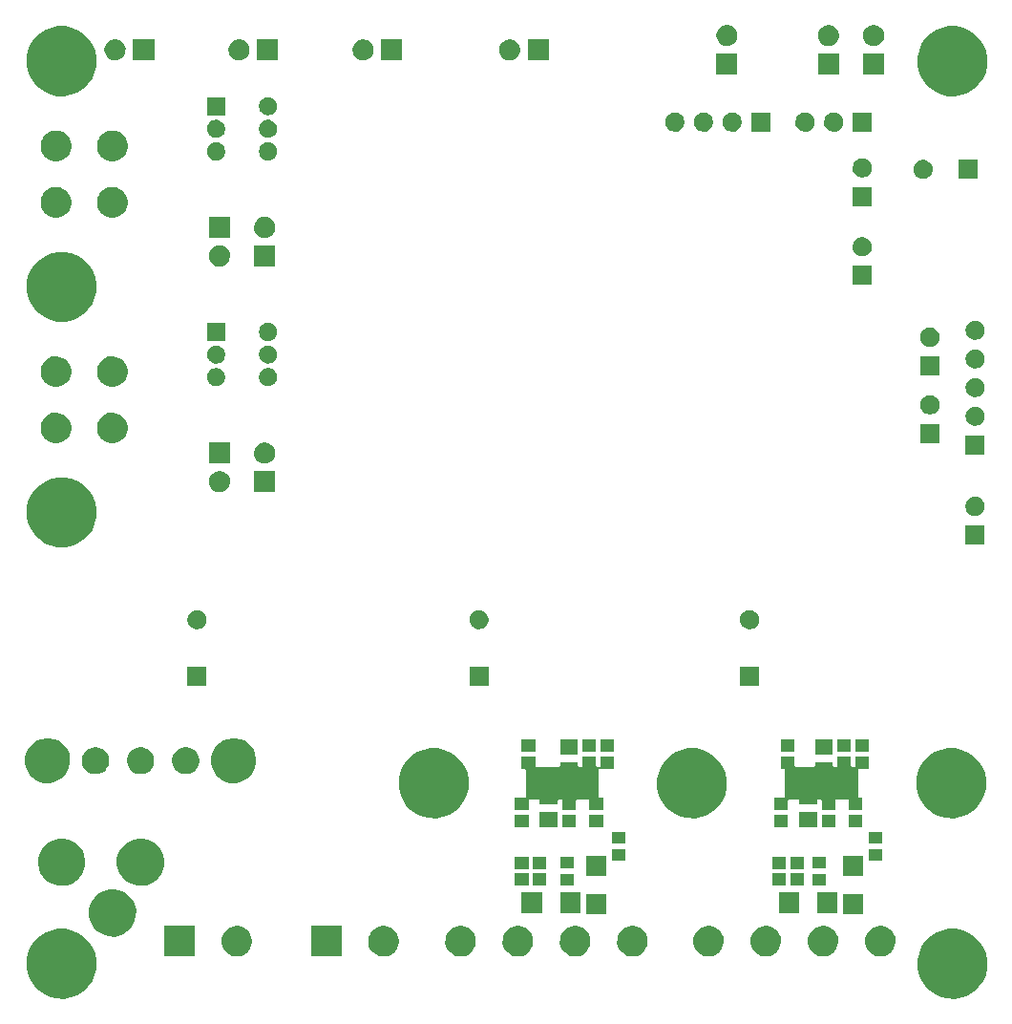
<source format=gbs>
G04 #@! TF.FileFunction,Soldermask,Bot*
%FSLAX46Y46*%
G04 Gerber Fmt 4.6, Leading zero omitted, Abs format (unit mm)*
G04 Created by KiCad (PCBNEW (2015-07-11 BZR 5925, Git c291b88)-product) date 17.07.2015 1:56:37*
%MOMM*%
G01*
G04 APERTURE LIST*
%ADD10C,0.150000*%
G04 APERTURE END LIST*
D10*
G36*
X72750086Y-93803890D02*
X72743830Y-94251879D01*
X72743679Y-94252542D01*
X72743679Y-94252566D01*
X72656939Y-94634351D01*
X72497405Y-94992671D01*
X72271320Y-95313166D01*
X71987285Y-95583650D01*
X71656116Y-95793815D01*
X71290447Y-95935649D01*
X70904180Y-96003759D01*
X70512046Y-95995544D01*
X70128973Y-95911320D01*
X69769558Y-95754296D01*
X69447487Y-95530450D01*
X69175027Y-95248310D01*
X68962556Y-94918620D01*
X68818170Y-94553942D01*
X68747367Y-94168165D01*
X68752843Y-93775986D01*
X68834390Y-93392334D01*
X68988904Y-93031826D01*
X69210496Y-92708201D01*
X69490723Y-92433781D01*
X69818925Y-92219012D01*
X70182581Y-92072085D01*
X70567857Y-91998590D01*
X70960069Y-92001329D01*
X71344282Y-92080196D01*
X71705853Y-92232186D01*
X72031018Y-92451513D01*
X72307394Y-92729824D01*
X72524442Y-93056509D01*
X72673907Y-93419138D01*
X72749953Y-93803200D01*
X72749952Y-93803217D01*
X72750086Y-93803890D01*
X72750086Y-93803890D01*
G37*
G36*
X72850058Y-39367626D02*
X72845835Y-39670019D01*
X72845684Y-39670682D01*
X72845684Y-39670706D01*
X72787185Y-39928192D01*
X72679503Y-40170047D01*
X72526890Y-40386390D01*
X72335169Y-40568964D01*
X72111628Y-40710827D01*
X71864803Y-40806564D01*
X71604071Y-40852539D01*
X71339380Y-40846994D01*
X71080808Y-40790144D01*
X70838201Y-40684151D01*
X70620803Y-40533055D01*
X70436892Y-40342610D01*
X70293475Y-40120070D01*
X70196012Y-39873909D01*
X70148221Y-39613511D01*
X70151917Y-39348791D01*
X70206962Y-39089825D01*
X70311259Y-38846481D01*
X70460834Y-38628034D01*
X70649989Y-38442799D01*
X70871520Y-38297833D01*
X71116991Y-38198656D01*
X71377053Y-38149046D01*
X71641797Y-38150896D01*
X71901141Y-38204131D01*
X72145201Y-38306724D01*
X72364688Y-38454770D01*
X72551243Y-38642631D01*
X72697749Y-38863142D01*
X72798639Y-39107918D01*
X72849925Y-39366936D01*
X72849924Y-39366953D01*
X72850058Y-39367626D01*
X72850058Y-39367626D01*
G37*
G36*
X72850058Y-44367626D02*
X72845835Y-44670019D01*
X72845684Y-44670682D01*
X72845684Y-44670706D01*
X72787185Y-44928192D01*
X72679503Y-45170047D01*
X72526890Y-45386390D01*
X72335169Y-45568964D01*
X72111628Y-45710827D01*
X71864803Y-45806564D01*
X71604071Y-45852539D01*
X71339380Y-45846994D01*
X71080808Y-45790144D01*
X70838201Y-45684151D01*
X70620803Y-45533055D01*
X70436892Y-45342610D01*
X70293475Y-45120070D01*
X70196012Y-44873909D01*
X70148221Y-44613511D01*
X70151917Y-44348791D01*
X70206962Y-44089825D01*
X70311259Y-43846481D01*
X70460834Y-43628034D01*
X70649989Y-43442799D01*
X70871520Y-43297833D01*
X71116991Y-43198656D01*
X71377053Y-43149046D01*
X71641797Y-43150896D01*
X71901141Y-43204131D01*
X72145201Y-43306724D01*
X72364688Y-43454770D01*
X72551243Y-43642631D01*
X72697749Y-43863142D01*
X72798639Y-44107918D01*
X72849925Y-44366936D01*
X72849924Y-44366953D01*
X72850058Y-44367626D01*
X72850058Y-44367626D01*
G37*
G36*
X72850058Y-59367626D02*
X72845835Y-59670019D01*
X72845684Y-59670682D01*
X72845684Y-59670706D01*
X72787185Y-59928192D01*
X72679503Y-60170047D01*
X72526890Y-60386390D01*
X72335169Y-60568964D01*
X72111628Y-60710827D01*
X71864803Y-60806564D01*
X71604071Y-60852539D01*
X71339380Y-60846994D01*
X71080808Y-60790144D01*
X70838201Y-60684151D01*
X70620803Y-60533055D01*
X70436892Y-60342610D01*
X70293475Y-60120070D01*
X70196012Y-59873909D01*
X70148221Y-59613511D01*
X70151917Y-59348791D01*
X70206962Y-59089825D01*
X70311259Y-58846481D01*
X70460834Y-58628034D01*
X70649989Y-58442799D01*
X70871520Y-58297833D01*
X71116991Y-58198656D01*
X71377053Y-58149046D01*
X71641797Y-58150896D01*
X71901141Y-58204131D01*
X72145201Y-58306724D01*
X72364688Y-58454770D01*
X72551243Y-58642631D01*
X72697749Y-58863142D01*
X72798639Y-59107918D01*
X72849925Y-59366936D01*
X72849924Y-59366953D01*
X72850058Y-59367626D01*
X72850058Y-59367626D01*
G37*
G36*
X72850058Y-64367626D02*
X72845835Y-64670019D01*
X72845684Y-64670682D01*
X72845684Y-64670706D01*
X72787185Y-64928192D01*
X72679503Y-65170047D01*
X72526890Y-65386390D01*
X72335169Y-65568964D01*
X72111628Y-65710827D01*
X71864803Y-65806564D01*
X71604071Y-65852539D01*
X71339380Y-65846994D01*
X71080808Y-65790144D01*
X70838201Y-65684151D01*
X70620803Y-65533055D01*
X70436892Y-65342610D01*
X70293475Y-65120070D01*
X70196012Y-64873909D01*
X70148221Y-64613511D01*
X70151917Y-64348791D01*
X70206962Y-64089825D01*
X70311259Y-63846481D01*
X70460834Y-63628034D01*
X70649989Y-63442799D01*
X70871520Y-63297833D01*
X71116991Y-63198656D01*
X71377053Y-63149046D01*
X71641797Y-63150896D01*
X71901141Y-63204131D01*
X72145201Y-63306724D01*
X72364688Y-63454770D01*
X72551243Y-63642631D01*
X72697749Y-63863142D01*
X72798639Y-64107918D01*
X72849925Y-64366936D01*
X72849924Y-64366953D01*
X72850058Y-64367626D01*
X72850058Y-64367626D01*
G37*
G36*
X74100090Y-102794084D02*
X74093522Y-103264473D01*
X74093370Y-103265140D01*
X74093370Y-103265160D01*
X74002286Y-103666069D01*
X73834776Y-104042304D01*
X73597386Y-104378824D01*
X73299149Y-104662831D01*
X72951424Y-104883504D01*
X72567467Y-105032432D01*
X72161889Y-105103947D01*
X71750148Y-105095321D01*
X71347922Y-105006886D01*
X70970535Y-104842010D01*
X70632361Y-104606973D01*
X70346278Y-104310725D01*
X70123184Y-103964551D01*
X69971579Y-103581639D01*
X69897235Y-103176573D01*
X69902985Y-102764785D01*
X69988610Y-102361951D01*
X70150849Y-101983418D01*
X70383521Y-101643611D01*
X70677762Y-101355467D01*
X71022367Y-101129964D01*
X71404210Y-100975689D01*
X71808750Y-100898519D01*
X72220572Y-100901395D01*
X72623996Y-100984206D01*
X73003645Y-101143795D01*
X73345072Y-101374091D01*
X73635261Y-101666313D01*
X73863164Y-102009335D01*
X74020103Y-102390095D01*
X74099957Y-102793395D01*
X74099956Y-102793411D01*
X74100090Y-102794084D01*
X74100090Y-102794084D01*
G37*
G36*
X75100133Y-31696029D02*
X75090437Y-32390413D01*
X75090285Y-32391080D01*
X75090285Y-32391100D01*
X74955753Y-32983245D01*
X74708479Y-33538632D01*
X74358041Y-34035409D01*
X73917789Y-34454655D01*
X73404481Y-34780410D01*
X72837690Y-35000254D01*
X72238979Y-35105823D01*
X71631171Y-35093091D01*
X71037410Y-34962544D01*
X70480316Y-34719156D01*
X69981105Y-34372195D01*
X69558793Y-33934878D01*
X69229466Y-33423862D01*
X69005665Y-32858608D01*
X68895921Y-32260656D01*
X68904409Y-31652777D01*
X69030808Y-31058118D01*
X69270303Y-30499333D01*
X69613770Y-29997713D01*
X70048127Y-29572359D01*
X70556829Y-29239473D01*
X71120503Y-29011734D01*
X71717678Y-28897817D01*
X72325606Y-28902062D01*
X72921136Y-29024306D01*
X73481569Y-29259890D01*
X73985580Y-29599850D01*
X74413955Y-30031226D01*
X74750383Y-30537592D01*
X74982054Y-31099665D01*
X75100000Y-31695340D01*
X75099999Y-31695356D01*
X75100133Y-31696029D01*
X75100133Y-31696029D01*
G37*
G36*
X75100133Y-51696029D02*
X75090437Y-52390413D01*
X75090285Y-52391080D01*
X75090285Y-52391100D01*
X74955753Y-52983245D01*
X74708479Y-53538632D01*
X74358041Y-54035409D01*
X73917789Y-54454655D01*
X73404481Y-54780410D01*
X72837690Y-55000254D01*
X72238979Y-55105823D01*
X71631171Y-55093091D01*
X71037410Y-54962544D01*
X70480316Y-54719156D01*
X69981105Y-54372195D01*
X69558793Y-53934878D01*
X69229466Y-53423862D01*
X69005665Y-52858608D01*
X68895921Y-52260656D01*
X68904409Y-51652777D01*
X69030808Y-51058118D01*
X69270303Y-50499333D01*
X69613770Y-49997713D01*
X70048127Y-49572359D01*
X70556829Y-49239473D01*
X71120503Y-49011734D01*
X71717678Y-48897817D01*
X72325606Y-48902062D01*
X72921136Y-49024306D01*
X73481569Y-49259890D01*
X73985580Y-49599850D01*
X74413955Y-50031226D01*
X74750383Y-50537592D01*
X74982054Y-51099665D01*
X75100000Y-51695340D01*
X75099999Y-51695356D01*
X75100133Y-51696029D01*
X75100133Y-51696029D01*
G37*
G36*
X75100133Y-71696029D02*
X75090437Y-72390413D01*
X75090285Y-72391080D01*
X75090285Y-72391100D01*
X74955753Y-72983245D01*
X74708479Y-73538632D01*
X74358041Y-74035409D01*
X73917789Y-74454655D01*
X73404481Y-74780410D01*
X72837690Y-75000254D01*
X72238979Y-75105823D01*
X71631171Y-75093091D01*
X71037410Y-74962544D01*
X70480316Y-74719156D01*
X69981105Y-74372195D01*
X69558793Y-73934878D01*
X69229466Y-73423862D01*
X69005665Y-72858608D01*
X68895921Y-72260656D01*
X68904409Y-71652777D01*
X69030808Y-71058118D01*
X69270303Y-70499333D01*
X69613770Y-69997713D01*
X70048127Y-69572359D01*
X70556829Y-69239473D01*
X71120503Y-69011734D01*
X71717678Y-68897817D01*
X72325606Y-68902062D01*
X72921136Y-69024306D01*
X73481569Y-69259890D01*
X73985580Y-69599850D01*
X74413955Y-70031226D01*
X74750383Y-70537592D01*
X74982054Y-71099665D01*
X75100000Y-71695340D01*
X75099999Y-71695356D01*
X75100133Y-71696029D01*
X75100133Y-71696029D01*
G37*
G36*
X75100133Y-111696029D02*
X75090437Y-112390413D01*
X75090285Y-112391080D01*
X75090285Y-112391100D01*
X74955753Y-112983245D01*
X74708479Y-113538632D01*
X74358041Y-114035409D01*
X73917789Y-114454655D01*
X73404481Y-114780410D01*
X72837690Y-115000254D01*
X72238979Y-115105823D01*
X71631171Y-115093091D01*
X71037410Y-114962544D01*
X70480316Y-114719156D01*
X69981105Y-114372195D01*
X69558793Y-113934878D01*
X69229466Y-113423862D01*
X69005665Y-112858608D01*
X68895921Y-112260656D01*
X68904409Y-111652777D01*
X69030808Y-111058118D01*
X69270303Y-110499333D01*
X69613770Y-109997713D01*
X70048127Y-109572359D01*
X70556829Y-109239473D01*
X71120503Y-109011734D01*
X71717678Y-108897817D01*
X72325606Y-108902062D01*
X72921136Y-109024306D01*
X73481569Y-109259890D01*
X73985580Y-109599850D01*
X74413955Y-110031226D01*
X74750383Y-110537592D01*
X74982054Y-111099665D01*
X75100000Y-111695340D01*
X75099999Y-111695356D01*
X75100133Y-111696029D01*
X75100133Y-111696029D01*
G37*
G36*
X76200051Y-93882334D02*
X76196298Y-94151128D01*
X76196147Y-94151791D01*
X76196147Y-94151815D01*
X76144164Y-94380612D01*
X76048445Y-94595603D01*
X75912794Y-94787900D01*
X75742372Y-94950191D01*
X75543669Y-95076291D01*
X75324270Y-95161391D01*
X75092507Y-95202257D01*
X74857226Y-95197328D01*
X74627385Y-95146795D01*
X74411734Y-95052579D01*
X74218491Y-94918272D01*
X74055015Y-94748987D01*
X73927533Y-94551173D01*
X73840899Y-94332363D01*
X73798418Y-94100900D01*
X73801704Y-93865592D01*
X73850633Y-93635400D01*
X73943341Y-93419094D01*
X74076296Y-93224919D01*
X74244433Y-93060268D01*
X74441354Y-92931406D01*
X74659547Y-92843250D01*
X74890714Y-92799152D01*
X75126041Y-92800796D01*
X75356570Y-92848116D01*
X75573512Y-92939310D01*
X75768615Y-93070908D01*
X75934436Y-93237891D01*
X76064666Y-93433904D01*
X76154347Y-93651486D01*
X76199919Y-93881641D01*
X76199918Y-93881665D01*
X76200051Y-93882334D01*
X76200051Y-93882334D01*
G37*
G36*
X77668241Y-30908005D02*
X77665306Y-31118157D01*
X77665154Y-31118824D01*
X77665154Y-31118844D01*
X77624546Y-31297575D01*
X77549709Y-31465664D01*
X77443654Y-31616006D01*
X77310412Y-31742891D01*
X77155058Y-31841481D01*
X76983526Y-31908014D01*
X76802325Y-31939965D01*
X76618374Y-31936111D01*
X76438676Y-31896603D01*
X76270074Y-31822942D01*
X76118990Y-31717936D01*
X75991179Y-31585584D01*
X75891508Y-31430925D01*
X75823777Y-31259854D01*
X75790563Y-31078886D01*
X75793131Y-30894917D01*
X75831387Y-30714943D01*
X75903869Y-30545827D01*
X76007818Y-30394015D01*
X76139273Y-30265284D01*
X76293231Y-30164537D01*
X76463820Y-30095615D01*
X76644557Y-30061136D01*
X76828542Y-30062422D01*
X77008781Y-30099419D01*
X77178387Y-30170714D01*
X77330928Y-30273605D01*
X77460576Y-30404160D01*
X77562391Y-30557406D01*
X77632507Y-30727517D01*
X77668107Y-30907315D01*
X77668106Y-30907327D01*
X77668241Y-30908005D01*
X77668241Y-30908005D01*
G37*
G36*
X77850058Y-39367626D02*
X77845835Y-39670019D01*
X77845684Y-39670682D01*
X77845684Y-39670706D01*
X77787185Y-39928192D01*
X77679503Y-40170047D01*
X77526890Y-40386390D01*
X77335169Y-40568964D01*
X77111628Y-40710827D01*
X76864803Y-40806564D01*
X76604071Y-40852539D01*
X76339380Y-40846994D01*
X76080808Y-40790144D01*
X75838201Y-40684151D01*
X75620803Y-40533055D01*
X75436892Y-40342610D01*
X75293475Y-40120070D01*
X75196012Y-39873909D01*
X75148221Y-39613511D01*
X75151917Y-39348791D01*
X75206962Y-39089825D01*
X75311259Y-38846481D01*
X75460834Y-38628034D01*
X75649989Y-38442799D01*
X75871520Y-38297833D01*
X76116991Y-38198656D01*
X76377053Y-38149046D01*
X76641797Y-38150896D01*
X76901141Y-38204131D01*
X77145201Y-38306724D01*
X77364688Y-38454770D01*
X77551243Y-38642631D01*
X77697749Y-38863142D01*
X77798639Y-39107918D01*
X77849925Y-39366936D01*
X77849924Y-39366953D01*
X77850058Y-39367626D01*
X77850058Y-39367626D01*
G37*
G36*
X77850058Y-44367626D02*
X77845835Y-44670019D01*
X77845684Y-44670682D01*
X77845684Y-44670706D01*
X77787185Y-44928192D01*
X77679503Y-45170047D01*
X77526890Y-45386390D01*
X77335169Y-45568964D01*
X77111628Y-45710827D01*
X76864803Y-45806564D01*
X76604071Y-45852539D01*
X76339380Y-45846994D01*
X76080808Y-45790144D01*
X75838201Y-45684151D01*
X75620803Y-45533055D01*
X75436892Y-45342610D01*
X75293475Y-45120070D01*
X75196012Y-44873909D01*
X75148221Y-44613511D01*
X75151917Y-44348791D01*
X75206962Y-44089825D01*
X75311259Y-43846481D01*
X75460834Y-43628034D01*
X75649989Y-43442799D01*
X75871520Y-43297833D01*
X76116991Y-43198656D01*
X76377053Y-43149046D01*
X76641797Y-43150896D01*
X76901141Y-43204131D01*
X77145201Y-43306724D01*
X77364688Y-43454770D01*
X77551243Y-43642631D01*
X77697749Y-43863142D01*
X77798639Y-44107918D01*
X77849925Y-44366936D01*
X77849924Y-44366953D01*
X77850058Y-44367626D01*
X77850058Y-44367626D01*
G37*
G36*
X77850058Y-59367626D02*
X77845835Y-59670019D01*
X77845684Y-59670682D01*
X77845684Y-59670706D01*
X77787185Y-59928192D01*
X77679503Y-60170047D01*
X77526890Y-60386390D01*
X77335169Y-60568964D01*
X77111628Y-60710827D01*
X76864803Y-60806564D01*
X76604071Y-60852539D01*
X76339380Y-60846994D01*
X76080808Y-60790144D01*
X75838201Y-60684151D01*
X75620803Y-60533055D01*
X75436892Y-60342610D01*
X75293475Y-60120070D01*
X75196012Y-59873909D01*
X75148221Y-59613511D01*
X75151917Y-59348791D01*
X75206962Y-59089825D01*
X75311259Y-58846481D01*
X75460834Y-58628034D01*
X75649989Y-58442799D01*
X75871520Y-58297833D01*
X76116991Y-58198656D01*
X76377053Y-58149046D01*
X76641797Y-58150896D01*
X76901141Y-58204131D01*
X77145201Y-58306724D01*
X77364688Y-58454770D01*
X77551243Y-58642631D01*
X77697749Y-58863142D01*
X77798639Y-59107918D01*
X77849925Y-59366936D01*
X77849924Y-59366953D01*
X77850058Y-59367626D01*
X77850058Y-59367626D01*
G37*
G36*
X77850058Y-64367626D02*
X77845835Y-64670019D01*
X77845684Y-64670682D01*
X77845684Y-64670706D01*
X77787185Y-64928192D01*
X77679503Y-65170047D01*
X77526890Y-65386390D01*
X77335169Y-65568964D01*
X77111628Y-65710827D01*
X76864803Y-65806564D01*
X76604071Y-65852539D01*
X76339380Y-65846994D01*
X76080808Y-65790144D01*
X75838201Y-65684151D01*
X75620803Y-65533055D01*
X75436892Y-65342610D01*
X75293475Y-65120070D01*
X75196012Y-64873909D01*
X75148221Y-64613511D01*
X75151917Y-64348791D01*
X75206962Y-64089825D01*
X75311259Y-63846481D01*
X75460834Y-63628034D01*
X75649989Y-63442799D01*
X75871520Y-63297833D01*
X76116991Y-63198656D01*
X76377053Y-63149046D01*
X76641797Y-63150896D01*
X76901141Y-63204131D01*
X77145201Y-63306724D01*
X77364688Y-63454770D01*
X77551243Y-63642631D01*
X77697749Y-63863142D01*
X77798639Y-64107918D01*
X77849925Y-64366936D01*
X77849924Y-64366953D01*
X77850058Y-64367626D01*
X77850058Y-64367626D01*
G37*
G36*
X78600090Y-107294084D02*
X78593522Y-107764473D01*
X78593370Y-107765140D01*
X78593370Y-107765160D01*
X78502286Y-108166069D01*
X78334776Y-108542304D01*
X78097386Y-108878824D01*
X77799149Y-109162831D01*
X77451424Y-109383504D01*
X77067467Y-109532432D01*
X76661889Y-109603947D01*
X76250148Y-109595321D01*
X75847922Y-109506886D01*
X75470535Y-109342010D01*
X75132361Y-109106973D01*
X74846278Y-108810725D01*
X74623184Y-108464551D01*
X74471579Y-108081639D01*
X74397235Y-107676573D01*
X74402985Y-107264785D01*
X74488610Y-106861951D01*
X74650849Y-106483418D01*
X74883521Y-106143611D01*
X75177762Y-105855467D01*
X75522367Y-105629964D01*
X75904210Y-105475689D01*
X76308750Y-105398519D01*
X76720572Y-105401395D01*
X77123996Y-105484206D01*
X77503645Y-105643795D01*
X77845072Y-105874091D01*
X78135261Y-106166313D01*
X78363164Y-106509335D01*
X78520103Y-106890095D01*
X78599957Y-107293395D01*
X78599956Y-107293411D01*
X78600090Y-107294084D01*
X78600090Y-107294084D01*
G37*
G36*
X80200051Y-93882334D02*
X80196298Y-94151128D01*
X80196147Y-94151791D01*
X80196147Y-94151815D01*
X80144164Y-94380612D01*
X80048445Y-94595603D01*
X79912794Y-94787900D01*
X79742372Y-94950191D01*
X79543669Y-95076291D01*
X79324270Y-95161391D01*
X79092507Y-95202257D01*
X78857226Y-95197328D01*
X78627385Y-95146795D01*
X78411734Y-95052579D01*
X78218491Y-94918272D01*
X78055015Y-94748987D01*
X77927533Y-94551173D01*
X77840899Y-94332363D01*
X77798418Y-94100900D01*
X77801704Y-93865592D01*
X77850633Y-93635400D01*
X77943341Y-93419094D01*
X78076296Y-93224919D01*
X78244433Y-93060268D01*
X78441354Y-92931406D01*
X78659547Y-92843250D01*
X78890714Y-92799152D01*
X79126041Y-92800796D01*
X79356570Y-92848116D01*
X79573512Y-92939310D01*
X79768615Y-93070908D01*
X79934436Y-93237891D01*
X80064666Y-93433904D01*
X80154347Y-93651486D01*
X80199919Y-93881641D01*
X80199918Y-93881665D01*
X80200051Y-93882334D01*
X80200051Y-93882334D01*
G37*
G36*
X80208200Y-31938200D02*
X78331800Y-31938200D01*
X78331800Y-30061800D01*
X80208200Y-30061800D01*
X80208200Y-31938200D01*
X80208200Y-31938200D01*
G37*
G36*
X81100090Y-102794084D02*
X81093522Y-103264473D01*
X81093370Y-103265140D01*
X81093370Y-103265160D01*
X81002286Y-103666069D01*
X80834776Y-104042304D01*
X80597386Y-104378824D01*
X80299149Y-104662831D01*
X79951424Y-104883504D01*
X79567467Y-105032432D01*
X79161889Y-105103947D01*
X78750148Y-105095321D01*
X78347922Y-105006886D01*
X77970535Y-104842010D01*
X77632361Y-104606973D01*
X77346278Y-104310725D01*
X77123184Y-103964551D01*
X76971579Y-103581639D01*
X76897235Y-103176573D01*
X76902985Y-102764785D01*
X76988610Y-102361951D01*
X77150849Y-101983418D01*
X77383521Y-101643611D01*
X77677762Y-101355467D01*
X78022367Y-101129964D01*
X78404210Y-100975689D01*
X78808750Y-100898519D01*
X79220572Y-100901395D01*
X79623996Y-100984206D01*
X80003645Y-101143795D01*
X80345072Y-101374091D01*
X80635261Y-101666313D01*
X80863164Y-102009335D01*
X81020103Y-102390095D01*
X81099957Y-102793395D01*
X81099956Y-102793411D01*
X81100090Y-102794084D01*
X81100090Y-102794084D01*
G37*
G36*
X83810000Y-111350000D02*
X81110000Y-111350000D01*
X81110000Y-108650000D01*
X83810000Y-108650000D01*
X83810000Y-111350000D01*
X83810000Y-111350000D01*
G37*
G36*
X84200051Y-93882334D02*
X84196298Y-94151128D01*
X84196147Y-94151791D01*
X84196147Y-94151815D01*
X84144164Y-94380612D01*
X84048445Y-94595603D01*
X83912794Y-94787900D01*
X83742372Y-94950191D01*
X83543669Y-95076291D01*
X83324270Y-95161391D01*
X83092507Y-95202257D01*
X82857226Y-95197328D01*
X82627385Y-95146795D01*
X82411734Y-95052579D01*
X82218491Y-94918272D01*
X82055015Y-94748987D01*
X81927533Y-94551173D01*
X81840899Y-94332363D01*
X81798418Y-94100900D01*
X81801704Y-93865592D01*
X81850633Y-93635400D01*
X81943341Y-93419094D01*
X82076296Y-93224919D01*
X82244433Y-93060268D01*
X82441354Y-92931406D01*
X82659547Y-92843250D01*
X82890714Y-92799152D01*
X83126041Y-92800796D01*
X83356570Y-92848116D01*
X83573512Y-92939310D01*
X83768615Y-93070908D01*
X83934436Y-93237891D01*
X84064666Y-93433904D01*
X84154347Y-93651486D01*
X84199919Y-93881641D01*
X84199918Y-93881665D01*
X84200051Y-93882334D01*
X84200051Y-93882334D01*
G37*
G36*
X84850000Y-87350000D02*
X83150000Y-87350000D01*
X83150000Y-85650000D01*
X84850000Y-85650000D01*
X84850000Y-87350000D01*
X84850000Y-87350000D01*
G37*
G36*
X84850037Y-81416653D02*
X84847378Y-81607049D01*
X84847227Y-81607712D01*
X84847227Y-81607736D01*
X84810451Y-81769604D01*
X84742652Y-81921881D01*
X84646561Y-82058099D01*
X84525847Y-82173054D01*
X84385101Y-82262374D01*
X84229693Y-82322653D01*
X84065526Y-82351601D01*
X83898868Y-82348109D01*
X83736063Y-82312315D01*
X83583311Y-82245579D01*
X83446431Y-82150444D01*
X83330635Y-82030534D01*
X83240332Y-81890411D01*
X83178969Y-81735428D01*
X83148878Y-81571471D01*
X83151205Y-81404795D01*
X83185863Y-81241742D01*
X83251532Y-81088523D01*
X83345709Y-80950983D01*
X83464804Y-80834356D01*
X83604293Y-80743077D01*
X83758845Y-80680634D01*
X83922588Y-80649398D01*
X84089285Y-80650562D01*
X84252568Y-80684079D01*
X84406238Y-80748676D01*
X84544437Y-80841892D01*
X84661894Y-80960172D01*
X84754139Y-81099014D01*
X84817662Y-81253132D01*
X84849904Y-81415965D01*
X84849903Y-81415980D01*
X84850037Y-81416653D01*
X84850037Y-81416653D01*
G37*
G36*
X86500000Y-36800000D02*
X84900000Y-36800000D01*
X84900000Y-35200000D01*
X86500000Y-35200000D01*
X86500000Y-36800000D01*
X86500000Y-36800000D01*
G37*
G36*
X86500000Y-56800000D02*
X84900000Y-56800000D01*
X84900000Y-55200000D01*
X86500000Y-55200000D01*
X86500000Y-56800000D01*
X86500000Y-56800000D01*
G37*
G36*
X86500034Y-37921556D02*
X86497532Y-38100752D01*
X86497381Y-38101415D01*
X86497381Y-38101439D01*
X86462778Y-38253745D01*
X86398966Y-38397069D01*
X86308531Y-38525267D01*
X86194915Y-38633462D01*
X86062449Y-38717528D01*
X85916180Y-38774262D01*
X85761671Y-38801507D01*
X85604817Y-38798220D01*
X85451589Y-38764532D01*
X85307822Y-38701721D01*
X85178994Y-38612183D01*
X85070009Y-38499326D01*
X84985021Y-38367450D01*
X84927264Y-38221575D01*
X84898944Y-38067266D01*
X84901134Y-37910395D01*
X84933754Y-37756930D01*
X84995559Y-37612731D01*
X85084197Y-37483278D01*
X85196287Y-37373511D01*
X85327566Y-37287603D01*
X85473033Y-37228832D01*
X85627142Y-37199433D01*
X85784028Y-37200529D01*
X85937717Y-37232076D01*
X86082340Y-37292870D01*
X86212412Y-37380604D01*
X86322959Y-37491926D01*
X86409778Y-37622601D01*
X86469566Y-37767655D01*
X86499902Y-37920866D01*
X86499901Y-37920887D01*
X86500034Y-37921556D01*
X86500034Y-37921556D01*
G37*
G36*
X86500034Y-39921556D02*
X86497532Y-40100752D01*
X86497381Y-40101415D01*
X86497381Y-40101439D01*
X86462778Y-40253745D01*
X86398966Y-40397069D01*
X86308531Y-40525267D01*
X86194915Y-40633462D01*
X86062449Y-40717528D01*
X85916180Y-40774262D01*
X85761671Y-40801507D01*
X85604817Y-40798220D01*
X85451589Y-40764532D01*
X85307822Y-40701721D01*
X85178994Y-40612183D01*
X85070009Y-40499326D01*
X84985021Y-40367450D01*
X84927264Y-40221575D01*
X84898944Y-40067266D01*
X84901134Y-39910395D01*
X84933754Y-39756930D01*
X84995559Y-39612731D01*
X85084197Y-39483278D01*
X85196287Y-39373511D01*
X85327566Y-39287603D01*
X85473033Y-39228832D01*
X85627142Y-39199433D01*
X85784028Y-39200529D01*
X85937717Y-39232076D01*
X86082340Y-39292870D01*
X86212412Y-39380604D01*
X86322959Y-39491926D01*
X86409778Y-39622601D01*
X86469566Y-39767655D01*
X86499902Y-39920866D01*
X86499901Y-39920887D01*
X86500034Y-39921556D01*
X86500034Y-39921556D01*
G37*
G36*
X86500034Y-57921556D02*
X86497532Y-58100752D01*
X86497381Y-58101415D01*
X86497381Y-58101439D01*
X86462778Y-58253745D01*
X86398966Y-58397069D01*
X86308531Y-58525267D01*
X86194915Y-58633462D01*
X86062449Y-58717528D01*
X85916180Y-58774262D01*
X85761671Y-58801507D01*
X85604817Y-58798220D01*
X85451589Y-58764532D01*
X85307822Y-58701721D01*
X85178994Y-58612183D01*
X85070009Y-58499326D01*
X84985021Y-58367450D01*
X84927264Y-58221575D01*
X84898944Y-58067266D01*
X84901134Y-57910395D01*
X84933754Y-57756930D01*
X84995559Y-57612731D01*
X85084197Y-57483278D01*
X85196287Y-57373511D01*
X85327566Y-57287603D01*
X85473033Y-57228832D01*
X85627142Y-57199433D01*
X85784028Y-57200529D01*
X85937717Y-57232076D01*
X86082340Y-57292870D01*
X86212412Y-57380604D01*
X86322959Y-57491926D01*
X86409778Y-57622601D01*
X86469566Y-57767655D01*
X86499902Y-57920866D01*
X86499901Y-57920887D01*
X86500034Y-57921556D01*
X86500034Y-57921556D01*
G37*
G36*
X86500034Y-59921556D02*
X86497532Y-60100752D01*
X86497381Y-60101415D01*
X86497381Y-60101439D01*
X86462778Y-60253745D01*
X86398966Y-60397069D01*
X86308531Y-60525267D01*
X86194915Y-60633462D01*
X86062449Y-60717528D01*
X85916180Y-60774262D01*
X85761671Y-60801507D01*
X85604817Y-60798220D01*
X85451589Y-60764532D01*
X85307822Y-60701721D01*
X85178994Y-60612183D01*
X85070009Y-60499326D01*
X84985021Y-60367450D01*
X84927264Y-60221575D01*
X84898944Y-60067266D01*
X84901134Y-59910395D01*
X84933754Y-59756930D01*
X84995559Y-59612731D01*
X85084197Y-59483278D01*
X85196287Y-59373511D01*
X85327566Y-59287603D01*
X85473033Y-59228832D01*
X85627142Y-59199433D01*
X85784028Y-59200529D01*
X85937717Y-59232076D01*
X86082340Y-59292870D01*
X86212412Y-59380604D01*
X86322959Y-59491926D01*
X86409778Y-59622601D01*
X86469566Y-59767655D01*
X86499902Y-59920866D01*
X86499901Y-59920887D01*
X86500034Y-59921556D01*
X86500034Y-59921556D01*
G37*
G36*
X86938200Y-47668200D02*
X85061800Y-47668200D01*
X85061800Y-45791800D01*
X86938200Y-45791800D01*
X86938200Y-47668200D01*
X86938200Y-47668200D01*
G37*
G36*
X86938200Y-67668200D02*
X85061800Y-67668200D01*
X85061800Y-65791800D01*
X86938200Y-65791800D01*
X86938200Y-67668200D01*
X86938200Y-67668200D01*
G37*
G36*
X86938241Y-49178005D02*
X86935306Y-49388157D01*
X86935154Y-49388824D01*
X86935154Y-49388844D01*
X86894546Y-49567575D01*
X86819709Y-49735664D01*
X86713654Y-49886006D01*
X86580412Y-50012891D01*
X86425058Y-50111481D01*
X86253526Y-50178014D01*
X86072325Y-50209965D01*
X85888374Y-50206111D01*
X85708676Y-50166603D01*
X85540074Y-50092942D01*
X85388990Y-49987936D01*
X85261179Y-49855584D01*
X85161508Y-49700925D01*
X85093777Y-49529854D01*
X85060563Y-49348886D01*
X85063131Y-49164917D01*
X85101387Y-48984943D01*
X85173869Y-48815827D01*
X85277818Y-48664015D01*
X85409273Y-48535284D01*
X85563231Y-48434537D01*
X85733820Y-48365615D01*
X85914557Y-48331136D01*
X86098542Y-48332422D01*
X86278781Y-48369419D01*
X86448387Y-48440714D01*
X86600928Y-48543605D01*
X86730576Y-48674160D01*
X86832391Y-48827406D01*
X86902507Y-48997517D01*
X86938107Y-49177315D01*
X86938106Y-49177327D01*
X86938241Y-49178005D01*
X86938241Y-49178005D01*
G37*
G36*
X86938241Y-69178005D02*
X86935306Y-69388157D01*
X86935154Y-69388824D01*
X86935154Y-69388844D01*
X86894546Y-69567575D01*
X86819709Y-69735664D01*
X86713654Y-69886006D01*
X86580412Y-70012891D01*
X86425058Y-70111481D01*
X86253526Y-70178014D01*
X86072325Y-70209965D01*
X85888374Y-70206111D01*
X85708676Y-70166603D01*
X85540074Y-70092942D01*
X85388990Y-69987936D01*
X85261179Y-69855584D01*
X85161508Y-69700925D01*
X85093777Y-69529854D01*
X85060563Y-69348886D01*
X85063131Y-69164917D01*
X85101387Y-68984943D01*
X85173869Y-68815827D01*
X85277818Y-68664015D01*
X85409273Y-68535284D01*
X85563231Y-68434537D01*
X85733820Y-68365615D01*
X85914557Y-68331136D01*
X86098542Y-68332422D01*
X86278781Y-68369419D01*
X86448387Y-68440714D01*
X86600928Y-68543605D01*
X86730576Y-68674160D01*
X86832391Y-68827406D01*
X86902507Y-68997517D01*
X86938107Y-69177315D01*
X86938106Y-69177327D01*
X86938241Y-69178005D01*
X86938241Y-69178005D01*
G37*
G36*
X88668241Y-30908005D02*
X88665306Y-31118157D01*
X88665154Y-31118824D01*
X88665154Y-31118844D01*
X88624546Y-31297575D01*
X88549709Y-31465664D01*
X88443654Y-31616006D01*
X88310412Y-31742891D01*
X88155058Y-31841481D01*
X87983526Y-31908014D01*
X87802325Y-31939965D01*
X87618374Y-31936111D01*
X87438676Y-31896603D01*
X87270074Y-31822942D01*
X87118990Y-31717936D01*
X86991179Y-31585584D01*
X86891508Y-31430925D01*
X86823777Y-31259854D01*
X86790563Y-31078886D01*
X86793131Y-30894917D01*
X86831387Y-30714943D01*
X86903869Y-30545827D01*
X87007818Y-30394015D01*
X87139273Y-30265284D01*
X87293231Y-30164537D01*
X87463820Y-30095615D01*
X87644557Y-30061136D01*
X87828542Y-30062422D01*
X88008781Y-30099419D01*
X88178387Y-30170714D01*
X88330928Y-30273605D01*
X88460576Y-30404160D01*
X88562391Y-30557406D01*
X88632507Y-30727517D01*
X88668107Y-30907315D01*
X88668106Y-30907327D01*
X88668241Y-30908005D01*
X88668241Y-30908005D01*
G37*
G36*
X88890058Y-109867626D02*
X88885835Y-110170019D01*
X88885684Y-110170682D01*
X88885684Y-110170706D01*
X88827185Y-110428192D01*
X88719503Y-110670047D01*
X88566890Y-110886390D01*
X88375169Y-111068964D01*
X88151628Y-111210827D01*
X87904803Y-111306564D01*
X87644071Y-111352539D01*
X87379380Y-111346994D01*
X87120808Y-111290144D01*
X86878201Y-111184151D01*
X86660803Y-111033055D01*
X86476892Y-110842610D01*
X86333475Y-110620070D01*
X86236012Y-110373909D01*
X86188221Y-110113511D01*
X86191917Y-109848791D01*
X86246962Y-109589825D01*
X86351259Y-109346481D01*
X86500834Y-109128034D01*
X86689989Y-108942799D01*
X86911520Y-108797833D01*
X87156991Y-108698656D01*
X87417053Y-108649046D01*
X87681797Y-108650896D01*
X87941141Y-108704131D01*
X88185201Y-108806724D01*
X88404688Y-108954770D01*
X88591243Y-109142631D01*
X88737749Y-109363142D01*
X88838639Y-109607918D01*
X88889925Y-109866936D01*
X88889924Y-109866953D01*
X88890058Y-109867626D01*
X88890058Y-109867626D01*
G37*
G36*
X89250086Y-93803890D02*
X89243830Y-94251879D01*
X89243679Y-94252542D01*
X89243679Y-94252566D01*
X89156939Y-94634351D01*
X88997405Y-94992671D01*
X88771320Y-95313166D01*
X88487285Y-95583650D01*
X88156116Y-95793815D01*
X87790447Y-95935649D01*
X87404180Y-96003759D01*
X87012046Y-95995544D01*
X86628973Y-95911320D01*
X86269558Y-95754296D01*
X85947487Y-95530450D01*
X85675027Y-95248310D01*
X85462556Y-94918620D01*
X85318170Y-94553942D01*
X85247367Y-94168165D01*
X85252843Y-93775986D01*
X85334390Y-93392334D01*
X85488904Y-93031826D01*
X85710496Y-92708201D01*
X85990723Y-92433781D01*
X86318925Y-92219012D01*
X86682581Y-92072085D01*
X87067857Y-91998590D01*
X87460069Y-92001329D01*
X87844282Y-92080196D01*
X88205853Y-92232186D01*
X88531018Y-92451513D01*
X88807394Y-92729824D01*
X89024442Y-93056509D01*
X89173907Y-93419138D01*
X89249953Y-93803200D01*
X89249952Y-93803217D01*
X89250086Y-93803890D01*
X89250086Y-93803890D01*
G37*
G36*
X90938200Y-50208200D02*
X89061800Y-50208200D01*
X89061800Y-48331800D01*
X90938200Y-48331800D01*
X90938200Y-50208200D01*
X90938200Y-50208200D01*
G37*
G36*
X90938200Y-70208200D02*
X89061800Y-70208200D01*
X89061800Y-68331800D01*
X90938200Y-68331800D01*
X90938200Y-70208200D01*
X90938200Y-70208200D01*
G37*
G36*
X90938241Y-46638005D02*
X90935306Y-46848157D01*
X90935154Y-46848824D01*
X90935154Y-46848844D01*
X90894546Y-47027575D01*
X90819709Y-47195664D01*
X90713654Y-47346006D01*
X90580412Y-47472891D01*
X90425058Y-47571481D01*
X90253526Y-47638014D01*
X90072325Y-47669965D01*
X89888374Y-47666111D01*
X89708676Y-47626603D01*
X89540074Y-47552942D01*
X89388990Y-47447936D01*
X89261179Y-47315584D01*
X89161508Y-47160925D01*
X89093777Y-46989854D01*
X89060563Y-46808886D01*
X89063131Y-46624917D01*
X89101387Y-46444943D01*
X89173869Y-46275827D01*
X89277818Y-46124015D01*
X89409273Y-45995284D01*
X89563231Y-45894537D01*
X89733820Y-45825615D01*
X89914557Y-45791136D01*
X90098542Y-45792422D01*
X90278781Y-45829419D01*
X90448387Y-45900714D01*
X90600928Y-46003605D01*
X90730576Y-46134160D01*
X90832391Y-46287406D01*
X90902507Y-46457517D01*
X90938107Y-46637315D01*
X90938106Y-46637327D01*
X90938241Y-46638005D01*
X90938241Y-46638005D01*
G37*
G36*
X90938241Y-66638005D02*
X90935306Y-66848157D01*
X90935154Y-66848824D01*
X90935154Y-66848844D01*
X90894546Y-67027575D01*
X90819709Y-67195664D01*
X90713654Y-67346006D01*
X90580412Y-67472891D01*
X90425058Y-67571481D01*
X90253526Y-67638014D01*
X90072325Y-67669965D01*
X89888374Y-67666111D01*
X89708676Y-67626603D01*
X89540074Y-67552942D01*
X89388990Y-67447936D01*
X89261179Y-67315584D01*
X89161508Y-67160925D01*
X89093777Y-66989854D01*
X89060563Y-66808886D01*
X89063131Y-66624917D01*
X89101387Y-66444943D01*
X89173869Y-66275827D01*
X89277818Y-66124015D01*
X89409273Y-65995284D01*
X89563231Y-65894537D01*
X89733820Y-65825615D01*
X89914557Y-65791136D01*
X90098542Y-65792422D01*
X90278781Y-65829419D01*
X90448387Y-65900714D01*
X90600928Y-66003605D01*
X90730576Y-66134160D01*
X90832391Y-66287406D01*
X90902507Y-66457517D01*
X90938107Y-66637315D01*
X90938106Y-66637327D01*
X90938241Y-66638005D01*
X90938241Y-66638005D01*
G37*
G36*
X91100034Y-35921556D02*
X91097532Y-36100752D01*
X91097381Y-36101415D01*
X91097381Y-36101439D01*
X91062778Y-36253745D01*
X90998966Y-36397069D01*
X90908531Y-36525267D01*
X90794915Y-36633462D01*
X90662449Y-36717528D01*
X90516180Y-36774262D01*
X90361671Y-36801507D01*
X90204817Y-36798220D01*
X90051589Y-36764532D01*
X89907822Y-36701721D01*
X89778994Y-36612183D01*
X89670009Y-36499326D01*
X89585021Y-36367450D01*
X89527264Y-36221575D01*
X89498944Y-36067266D01*
X89501134Y-35910395D01*
X89533754Y-35756930D01*
X89595559Y-35612731D01*
X89684197Y-35483278D01*
X89796287Y-35373511D01*
X89927566Y-35287603D01*
X90073033Y-35228832D01*
X90227142Y-35199433D01*
X90384028Y-35200529D01*
X90537717Y-35232076D01*
X90682340Y-35292870D01*
X90812412Y-35380604D01*
X90922959Y-35491926D01*
X91009778Y-35622601D01*
X91069566Y-35767655D01*
X91099902Y-35920866D01*
X91099901Y-35920887D01*
X91100034Y-35921556D01*
X91100034Y-35921556D01*
G37*
G36*
X91100034Y-37921556D02*
X91097532Y-38100752D01*
X91097381Y-38101415D01*
X91097381Y-38101439D01*
X91062778Y-38253745D01*
X90998966Y-38397069D01*
X90908531Y-38525267D01*
X90794915Y-38633462D01*
X90662449Y-38717528D01*
X90516180Y-38774262D01*
X90361671Y-38801507D01*
X90204817Y-38798220D01*
X90051589Y-38764532D01*
X89907822Y-38701721D01*
X89778994Y-38612183D01*
X89670009Y-38499326D01*
X89585021Y-38367450D01*
X89527264Y-38221575D01*
X89498944Y-38067266D01*
X89501134Y-37910395D01*
X89533754Y-37756930D01*
X89595559Y-37612731D01*
X89684197Y-37483278D01*
X89796287Y-37373511D01*
X89927566Y-37287603D01*
X90073033Y-37228832D01*
X90227142Y-37199433D01*
X90384028Y-37200529D01*
X90537717Y-37232076D01*
X90682340Y-37292870D01*
X90812412Y-37380604D01*
X90922959Y-37491926D01*
X91009778Y-37622601D01*
X91069566Y-37767655D01*
X91099902Y-37920866D01*
X91099901Y-37920887D01*
X91100034Y-37921556D01*
X91100034Y-37921556D01*
G37*
G36*
X91100034Y-39921556D02*
X91097532Y-40100752D01*
X91097381Y-40101415D01*
X91097381Y-40101439D01*
X91062778Y-40253745D01*
X90998966Y-40397069D01*
X90908531Y-40525267D01*
X90794915Y-40633462D01*
X90662449Y-40717528D01*
X90516180Y-40774262D01*
X90361671Y-40801507D01*
X90204817Y-40798220D01*
X90051589Y-40764532D01*
X89907822Y-40701721D01*
X89778994Y-40612183D01*
X89670009Y-40499326D01*
X89585021Y-40367450D01*
X89527264Y-40221575D01*
X89498944Y-40067266D01*
X89501134Y-39910395D01*
X89533754Y-39756930D01*
X89595559Y-39612731D01*
X89684197Y-39483278D01*
X89796287Y-39373511D01*
X89927566Y-39287603D01*
X90073033Y-39228832D01*
X90227142Y-39199433D01*
X90384028Y-39200529D01*
X90537717Y-39232076D01*
X90682340Y-39292870D01*
X90812412Y-39380604D01*
X90922959Y-39491926D01*
X91009778Y-39622601D01*
X91069566Y-39767655D01*
X91099902Y-39920866D01*
X91099901Y-39920887D01*
X91100034Y-39921556D01*
X91100034Y-39921556D01*
G37*
G36*
X91100034Y-55921556D02*
X91097532Y-56100752D01*
X91097381Y-56101415D01*
X91097381Y-56101439D01*
X91062778Y-56253745D01*
X90998966Y-56397069D01*
X90908531Y-56525267D01*
X90794915Y-56633462D01*
X90662449Y-56717528D01*
X90516180Y-56774262D01*
X90361671Y-56801507D01*
X90204817Y-56798220D01*
X90051589Y-56764532D01*
X89907822Y-56701721D01*
X89778994Y-56612183D01*
X89670009Y-56499326D01*
X89585021Y-56367450D01*
X89527264Y-56221575D01*
X89498944Y-56067266D01*
X89501134Y-55910395D01*
X89533754Y-55756930D01*
X89595559Y-55612731D01*
X89684197Y-55483278D01*
X89796287Y-55373511D01*
X89927566Y-55287603D01*
X90073033Y-55228832D01*
X90227142Y-55199433D01*
X90384028Y-55200529D01*
X90537717Y-55232076D01*
X90682340Y-55292870D01*
X90812412Y-55380604D01*
X90922959Y-55491926D01*
X91009778Y-55622601D01*
X91069566Y-55767655D01*
X91099902Y-55920866D01*
X91099901Y-55920887D01*
X91100034Y-55921556D01*
X91100034Y-55921556D01*
G37*
G36*
X91100034Y-57921556D02*
X91097532Y-58100752D01*
X91097381Y-58101415D01*
X91097381Y-58101439D01*
X91062778Y-58253745D01*
X90998966Y-58397069D01*
X90908531Y-58525267D01*
X90794915Y-58633462D01*
X90662449Y-58717528D01*
X90516180Y-58774262D01*
X90361671Y-58801507D01*
X90204817Y-58798220D01*
X90051589Y-58764532D01*
X89907822Y-58701721D01*
X89778994Y-58612183D01*
X89670009Y-58499326D01*
X89585021Y-58367450D01*
X89527264Y-58221575D01*
X89498944Y-58067266D01*
X89501134Y-57910395D01*
X89533754Y-57756930D01*
X89595559Y-57612731D01*
X89684197Y-57483278D01*
X89796287Y-57373511D01*
X89927566Y-57287603D01*
X90073033Y-57228832D01*
X90227142Y-57199433D01*
X90384028Y-57200529D01*
X90537717Y-57232076D01*
X90682340Y-57292870D01*
X90812412Y-57380604D01*
X90922959Y-57491926D01*
X91009778Y-57622601D01*
X91069566Y-57767655D01*
X91099902Y-57920866D01*
X91099901Y-57920887D01*
X91100034Y-57921556D01*
X91100034Y-57921556D01*
G37*
G36*
X91100034Y-59921556D02*
X91097532Y-60100752D01*
X91097381Y-60101415D01*
X91097381Y-60101439D01*
X91062778Y-60253745D01*
X90998966Y-60397069D01*
X90908531Y-60525267D01*
X90794915Y-60633462D01*
X90662449Y-60717528D01*
X90516180Y-60774262D01*
X90361671Y-60801507D01*
X90204817Y-60798220D01*
X90051589Y-60764532D01*
X89907822Y-60701721D01*
X89778994Y-60612183D01*
X89670009Y-60499326D01*
X89585021Y-60367450D01*
X89527264Y-60221575D01*
X89498944Y-60067266D01*
X89501134Y-59910395D01*
X89533754Y-59756930D01*
X89595559Y-59612731D01*
X89684197Y-59483278D01*
X89796287Y-59373511D01*
X89927566Y-59287603D01*
X90073033Y-59228832D01*
X90227142Y-59199433D01*
X90384028Y-59200529D01*
X90537717Y-59232076D01*
X90682340Y-59292870D01*
X90812412Y-59380604D01*
X90922959Y-59491926D01*
X91009778Y-59622601D01*
X91069566Y-59767655D01*
X91099902Y-59920866D01*
X91099901Y-59920887D01*
X91100034Y-59921556D01*
X91100034Y-59921556D01*
G37*
G36*
X91208200Y-31938200D02*
X89331800Y-31938200D01*
X89331800Y-30061800D01*
X91208200Y-30061800D01*
X91208200Y-31938200D01*
X91208200Y-31938200D01*
G37*
G36*
X96810000Y-111350000D02*
X94110000Y-111350000D01*
X94110000Y-108650000D01*
X96810000Y-108650000D01*
X96810000Y-111350000D01*
X96810000Y-111350000D01*
G37*
G36*
X99668241Y-30908005D02*
X99665306Y-31118157D01*
X99665154Y-31118824D01*
X99665154Y-31118844D01*
X99624546Y-31297575D01*
X99549709Y-31465664D01*
X99443654Y-31616006D01*
X99310412Y-31742891D01*
X99155058Y-31841481D01*
X98983526Y-31908014D01*
X98802325Y-31939965D01*
X98618374Y-31936111D01*
X98438676Y-31896603D01*
X98270074Y-31822942D01*
X98118990Y-31717936D01*
X97991179Y-31585584D01*
X97891508Y-31430925D01*
X97823777Y-31259854D01*
X97790563Y-31078886D01*
X97793131Y-30894917D01*
X97831387Y-30714943D01*
X97903869Y-30545827D01*
X98007818Y-30394015D01*
X98139273Y-30265284D01*
X98293231Y-30164537D01*
X98463820Y-30095615D01*
X98644557Y-30061136D01*
X98828542Y-30062422D01*
X99008781Y-30099419D01*
X99178387Y-30170714D01*
X99330928Y-30273605D01*
X99460576Y-30404160D01*
X99562391Y-30557406D01*
X99632507Y-30727517D01*
X99668107Y-30907315D01*
X99668106Y-30907327D01*
X99668241Y-30908005D01*
X99668241Y-30908005D01*
G37*
G36*
X101890058Y-109867626D02*
X101885835Y-110170019D01*
X101885684Y-110170682D01*
X101885684Y-110170706D01*
X101827185Y-110428192D01*
X101719503Y-110670047D01*
X101566890Y-110886390D01*
X101375169Y-111068964D01*
X101151628Y-111210827D01*
X100904803Y-111306564D01*
X100644071Y-111352539D01*
X100379380Y-111346994D01*
X100120808Y-111290144D01*
X99878201Y-111184151D01*
X99660803Y-111033055D01*
X99476892Y-110842610D01*
X99333475Y-110620070D01*
X99236012Y-110373909D01*
X99188221Y-110113511D01*
X99191917Y-109848791D01*
X99246962Y-109589825D01*
X99351259Y-109346481D01*
X99500834Y-109128034D01*
X99689989Y-108942799D01*
X99911520Y-108797833D01*
X100156991Y-108698656D01*
X100417053Y-108649046D01*
X100681797Y-108650896D01*
X100941141Y-108704131D01*
X101185201Y-108806724D01*
X101404688Y-108954770D01*
X101591243Y-109142631D01*
X101737749Y-109363142D01*
X101838639Y-109607918D01*
X101889925Y-109866936D01*
X101889924Y-109866953D01*
X101890058Y-109867626D01*
X101890058Y-109867626D01*
G37*
G36*
X102208200Y-31938200D02*
X100331800Y-31938200D01*
X100331800Y-30061800D01*
X102208200Y-30061800D01*
X102208200Y-31938200D01*
X102208200Y-31938200D01*
G37*
G36*
X108100133Y-95696029D02*
X108090437Y-96390413D01*
X108090285Y-96391080D01*
X108090285Y-96391100D01*
X107955753Y-96983245D01*
X107708479Y-97538632D01*
X107358041Y-98035409D01*
X106917789Y-98454655D01*
X106404481Y-98780410D01*
X105837690Y-99000254D01*
X105238979Y-99105823D01*
X104631171Y-99093091D01*
X104037410Y-98962544D01*
X103480316Y-98719156D01*
X102981105Y-98372195D01*
X102558793Y-97934878D01*
X102229466Y-97423862D01*
X102005665Y-96858608D01*
X101895921Y-96260656D01*
X101904409Y-95652777D01*
X102030808Y-95058118D01*
X102270303Y-94499333D01*
X102613770Y-93997713D01*
X103048127Y-93572359D01*
X103556829Y-93239473D01*
X104120503Y-93011734D01*
X104717678Y-92897817D01*
X105325606Y-92902062D01*
X105921136Y-93024306D01*
X106481569Y-93259890D01*
X106985580Y-93599850D01*
X107413955Y-94031226D01*
X107750383Y-94537592D01*
X107982054Y-95099665D01*
X108100000Y-95695340D01*
X108099999Y-95695356D01*
X108100133Y-95696029D01*
X108100133Y-95696029D01*
G37*
G36*
X108730058Y-109867626D02*
X108725835Y-110170019D01*
X108725684Y-110170682D01*
X108725684Y-110170706D01*
X108667185Y-110428192D01*
X108559503Y-110670047D01*
X108406890Y-110886390D01*
X108215169Y-111068964D01*
X107991628Y-111210827D01*
X107744803Y-111306564D01*
X107484071Y-111352539D01*
X107219380Y-111346994D01*
X106960808Y-111290144D01*
X106718201Y-111184151D01*
X106500803Y-111033055D01*
X106316892Y-110842610D01*
X106173475Y-110620070D01*
X106076012Y-110373909D01*
X106028221Y-110113511D01*
X106031917Y-109848791D01*
X106086962Y-109589825D01*
X106191259Y-109346481D01*
X106340834Y-109128034D01*
X106529989Y-108942799D01*
X106751520Y-108797833D01*
X106996991Y-108698656D01*
X107257053Y-108649046D01*
X107521797Y-108650896D01*
X107781141Y-108704131D01*
X108025201Y-108806724D01*
X108244688Y-108954770D01*
X108431243Y-109142631D01*
X108577749Y-109363142D01*
X108678639Y-109607918D01*
X108729925Y-109866936D01*
X108729924Y-109866953D01*
X108730058Y-109867626D01*
X108730058Y-109867626D01*
G37*
G36*
X109850000Y-87350000D02*
X108150000Y-87350000D01*
X108150000Y-85650000D01*
X109850000Y-85650000D01*
X109850000Y-87350000D01*
X109850000Y-87350000D01*
G37*
G36*
X109850037Y-81416653D02*
X109847378Y-81607049D01*
X109847227Y-81607712D01*
X109847227Y-81607736D01*
X109810451Y-81769604D01*
X109742652Y-81921881D01*
X109646561Y-82058099D01*
X109525847Y-82173054D01*
X109385101Y-82262374D01*
X109229693Y-82322653D01*
X109065526Y-82351601D01*
X108898868Y-82348109D01*
X108736063Y-82312315D01*
X108583311Y-82245579D01*
X108446431Y-82150444D01*
X108330635Y-82030534D01*
X108240332Y-81890411D01*
X108178969Y-81735428D01*
X108148878Y-81571471D01*
X108151205Y-81404795D01*
X108185863Y-81241742D01*
X108251532Y-81088523D01*
X108345709Y-80950983D01*
X108464804Y-80834356D01*
X108604293Y-80743077D01*
X108758845Y-80680634D01*
X108922588Y-80649398D01*
X109089285Y-80650562D01*
X109252568Y-80684079D01*
X109406238Y-80748676D01*
X109544437Y-80841892D01*
X109661894Y-80960172D01*
X109754139Y-81099014D01*
X109817662Y-81253132D01*
X109849904Y-81415965D01*
X109849903Y-81415980D01*
X109850037Y-81416653D01*
X109850037Y-81416653D01*
G37*
G36*
X112668241Y-30908005D02*
X112665306Y-31118157D01*
X112665154Y-31118824D01*
X112665154Y-31118844D01*
X112624546Y-31297575D01*
X112549709Y-31465664D01*
X112443654Y-31616006D01*
X112310412Y-31742891D01*
X112155058Y-31841481D01*
X111983526Y-31908014D01*
X111802325Y-31939965D01*
X111618374Y-31936111D01*
X111438676Y-31896603D01*
X111270074Y-31822942D01*
X111118990Y-31717936D01*
X110991179Y-31585584D01*
X110891508Y-31430925D01*
X110823777Y-31259854D01*
X110790563Y-31078886D01*
X110793131Y-30894917D01*
X110831387Y-30714943D01*
X110903869Y-30545827D01*
X111007818Y-30394015D01*
X111139273Y-30265284D01*
X111293231Y-30164537D01*
X111463820Y-30095615D01*
X111644557Y-30061136D01*
X111828542Y-30062422D01*
X112008781Y-30099419D01*
X112178387Y-30170714D01*
X112330928Y-30273605D01*
X112460576Y-30404160D01*
X112562391Y-30557406D01*
X112632507Y-30727517D01*
X112668107Y-30907315D01*
X112668106Y-30907327D01*
X112668241Y-30908005D01*
X112668241Y-30908005D01*
G37*
G36*
X113400000Y-103600000D02*
X112200000Y-103600000D01*
X112200000Y-102500000D01*
X113400000Y-102500000D01*
X113400000Y-103600000D01*
X113400000Y-103600000D01*
G37*
G36*
X113400000Y-105100000D02*
X112200000Y-105100000D01*
X112200000Y-104000000D01*
X113400000Y-104000000D01*
X113400000Y-105100000D01*
X113400000Y-105100000D01*
G37*
G36*
X113408000Y-99906500D02*
X112192000Y-99906500D01*
X112192000Y-98817500D01*
X113408000Y-98817500D01*
X113408000Y-99906500D01*
X113408000Y-99906500D01*
G37*
G36*
X113810058Y-109867626D02*
X113805835Y-110170019D01*
X113805684Y-110170682D01*
X113805684Y-110170706D01*
X113747185Y-110428192D01*
X113639503Y-110670047D01*
X113486890Y-110886390D01*
X113295169Y-111068964D01*
X113071628Y-111210827D01*
X112824803Y-111306564D01*
X112564071Y-111352539D01*
X112299380Y-111346994D01*
X112040808Y-111290144D01*
X111798201Y-111184151D01*
X111580803Y-111033055D01*
X111396892Y-110842610D01*
X111253475Y-110620070D01*
X111156012Y-110373909D01*
X111108221Y-110113511D01*
X111111917Y-109848791D01*
X111166962Y-109589825D01*
X111271259Y-109346481D01*
X111420834Y-109128034D01*
X111609989Y-108942799D01*
X111831520Y-108797833D01*
X112076991Y-108698656D01*
X112337053Y-108649046D01*
X112601797Y-108650896D01*
X112861141Y-108704131D01*
X113105201Y-108806724D01*
X113324688Y-108954770D01*
X113511243Y-109142631D01*
X113657749Y-109363142D01*
X113758639Y-109607918D01*
X113809925Y-109866936D01*
X113809924Y-109866953D01*
X113810058Y-109867626D01*
X113810058Y-109867626D01*
G37*
G36*
X114008000Y-93182500D02*
X112792000Y-93182500D01*
X112792000Y-92093500D01*
X114008000Y-92093500D01*
X114008000Y-93182500D01*
X114008000Y-93182500D01*
G37*
G36*
X114600000Y-107500000D02*
X112800000Y-107500000D01*
X112800000Y-105700000D01*
X114600000Y-105700000D01*
X114600000Y-107500000D01*
X114600000Y-107500000D01*
G37*
G36*
X115000000Y-103600000D02*
X113800000Y-103600000D01*
X113800000Y-102500000D01*
X115000000Y-102500000D01*
X115000000Y-103600000D01*
X115000000Y-103600000D01*
G37*
G36*
X115000000Y-105100000D02*
X113800000Y-105100000D01*
X113800000Y-104000000D01*
X115000000Y-104000000D01*
X115000000Y-105100000D01*
X115000000Y-105100000D01*
G37*
G36*
X115208200Y-31938200D02*
X113331800Y-31938200D01*
X113331800Y-30061800D01*
X115208200Y-30061800D01*
X115208200Y-31938200D01*
X115208200Y-31938200D01*
G37*
G36*
X115998500Y-99887500D02*
X114401500Y-99887500D01*
X114401500Y-98544500D01*
X115998500Y-98544500D01*
X115998500Y-99887500D01*
X115998500Y-99887500D01*
G37*
G36*
X117408000Y-103582500D02*
X116192000Y-103582500D01*
X116192000Y-102493500D01*
X117408000Y-102493500D01*
X117408000Y-103582500D01*
X117408000Y-103582500D01*
G37*
G36*
X117408000Y-105106500D02*
X116192000Y-105106500D01*
X116192000Y-104017500D01*
X117408000Y-104017500D01*
X117408000Y-105106500D01*
X117408000Y-105106500D01*
G37*
G36*
X117608000Y-99906500D02*
X116392000Y-99906500D01*
X116392000Y-98817500D01*
X117608000Y-98817500D01*
X117608000Y-99906500D01*
X117608000Y-99906500D01*
G37*
G36*
X117798500Y-93455500D02*
X116201500Y-93455500D01*
X116201500Y-92112500D01*
X117798500Y-92112500D01*
X117798500Y-93455500D01*
X117798500Y-93455500D01*
G37*
G36*
X118000000Y-107500000D02*
X116200000Y-107500000D01*
X116200000Y-105700000D01*
X118000000Y-105700000D01*
X118000000Y-107500000D01*
X118000000Y-107500000D01*
G37*
G36*
X118890058Y-109867626D02*
X118885835Y-110170019D01*
X118885684Y-110170682D01*
X118885684Y-110170706D01*
X118827185Y-110428192D01*
X118719503Y-110670047D01*
X118566890Y-110886390D01*
X118375169Y-111068964D01*
X118151628Y-111210827D01*
X117904803Y-111306564D01*
X117644071Y-111352539D01*
X117379380Y-111346994D01*
X117120808Y-111290144D01*
X116878201Y-111184151D01*
X116660803Y-111033055D01*
X116476892Y-110842610D01*
X116333475Y-110620070D01*
X116236012Y-110373909D01*
X116188221Y-110113511D01*
X116191917Y-109848791D01*
X116246962Y-109589825D01*
X116351259Y-109346481D01*
X116500834Y-109128034D01*
X116689989Y-108942799D01*
X116911520Y-108797833D01*
X117156991Y-108698656D01*
X117417053Y-108649046D01*
X117681797Y-108650896D01*
X117941141Y-108704131D01*
X118185201Y-108806724D01*
X118404688Y-108954770D01*
X118591243Y-109142631D01*
X118737749Y-109363142D01*
X118838639Y-109607918D01*
X118889925Y-109866936D01*
X118889924Y-109866953D01*
X118890058Y-109867626D01*
X118890058Y-109867626D01*
G37*
G36*
X119408000Y-93182500D02*
X118192000Y-93182500D01*
X118192000Y-92093500D01*
X119408000Y-92093500D01*
X119408000Y-93182500D01*
X119408000Y-93182500D01*
G37*
G36*
X120008000Y-99906500D02*
X118792000Y-99906500D01*
X118792000Y-98817500D01*
X120008000Y-98817500D01*
X120008000Y-99906500D01*
X120008000Y-99906500D01*
G37*
G36*
X120300000Y-104200000D02*
X118500000Y-104200000D01*
X118500000Y-102400000D01*
X120300000Y-102400000D01*
X120300000Y-104200000D01*
X120300000Y-104200000D01*
G37*
G36*
X120300000Y-107600000D02*
X118500000Y-107600000D01*
X118500000Y-105800000D01*
X120300000Y-105800000D01*
X120300000Y-107600000D01*
X120300000Y-107600000D01*
G37*
G36*
X121008000Y-93182500D02*
X119792000Y-93182500D01*
X119792000Y-92093500D01*
X121008000Y-92093500D01*
X121008000Y-93182500D01*
X121008000Y-93182500D01*
G37*
G36*
X121008000Y-94706500D02*
X119792000Y-94706500D01*
X119750000Y-94706500D01*
X119711085Y-94714383D01*
X119678305Y-94736787D01*
X119656828Y-94770183D01*
X119650000Y-94806500D01*
X119650000Y-95450000D01*
X119650000Y-95650000D01*
X119650000Y-96350000D01*
X119650000Y-96550000D01*
X119650000Y-97193500D01*
X119657883Y-97232415D01*
X119680287Y-97265195D01*
X119713683Y-97286672D01*
X119750000Y-97293500D01*
X120008000Y-97293500D01*
X120008000Y-98382500D01*
X118792000Y-98382500D01*
X118792000Y-97550000D01*
X118784117Y-97511085D01*
X118761713Y-97478305D01*
X118728317Y-97456828D01*
X118692000Y-97450000D01*
X118550000Y-97450000D01*
X117850000Y-97450000D01*
X117708000Y-97450000D01*
X117669085Y-97457883D01*
X117636305Y-97480287D01*
X117614828Y-97513683D01*
X117608000Y-97550000D01*
X117608000Y-98382500D01*
X116392000Y-98382500D01*
X116392000Y-97550000D01*
X116384117Y-97511085D01*
X116361713Y-97478305D01*
X116328317Y-97456828D01*
X116292000Y-97450000D01*
X116098500Y-97450000D01*
X116059585Y-97457883D01*
X116026805Y-97480287D01*
X116005328Y-97513683D01*
X115998500Y-97550000D01*
X115998500Y-97855500D01*
X114401500Y-97855500D01*
X114401500Y-97550000D01*
X114393617Y-97511085D01*
X114371213Y-97478305D01*
X114337817Y-97456828D01*
X114301500Y-97450000D01*
X114250000Y-97450000D01*
X114050000Y-97450000D01*
X113508000Y-97450000D01*
X113469085Y-97457883D01*
X113436305Y-97480287D01*
X113414828Y-97513683D01*
X113408000Y-97550000D01*
X113408000Y-98382500D01*
X112192000Y-98382500D01*
X112192000Y-97293500D01*
X113050000Y-97293500D01*
X113088915Y-97285617D01*
X113121695Y-97263213D01*
X113143172Y-97229817D01*
X113150000Y-97193500D01*
X113150000Y-96550000D01*
X113150000Y-96350000D01*
X113150000Y-95650000D01*
X113150000Y-95450000D01*
X113150000Y-94806500D01*
X113142117Y-94767585D01*
X113119713Y-94734805D01*
X113086317Y-94713328D01*
X113050000Y-94706500D01*
X112792000Y-94706500D01*
X112792000Y-93617500D01*
X114008000Y-93617500D01*
X114008000Y-94450000D01*
X114015883Y-94488915D01*
X114038287Y-94521695D01*
X114071683Y-94543172D01*
X114108000Y-94550000D01*
X114250000Y-94550000D01*
X114950000Y-94550000D01*
X115150000Y-94550000D01*
X115850000Y-94550000D01*
X116050000Y-94550000D01*
X116101500Y-94550000D01*
X116140415Y-94542117D01*
X116173195Y-94519713D01*
X116194672Y-94486317D01*
X116201500Y-94450000D01*
X116201500Y-94144500D01*
X117798500Y-94144500D01*
X117798500Y-94450000D01*
X117806383Y-94488915D01*
X117828787Y-94521695D01*
X117862183Y-94543172D01*
X117898500Y-94550000D01*
X118092000Y-94550000D01*
X118130915Y-94542117D01*
X118163695Y-94519713D01*
X118185172Y-94486317D01*
X118192000Y-94450000D01*
X118192000Y-93617500D01*
X119408000Y-93617500D01*
X119408000Y-94450000D01*
X119415883Y-94488915D01*
X119438287Y-94521695D01*
X119471683Y-94543172D01*
X119508000Y-94550000D01*
X119650000Y-94550000D01*
X119692000Y-94550000D01*
X119730915Y-94542117D01*
X119763695Y-94519713D01*
X119785172Y-94486317D01*
X119792000Y-94450000D01*
X119792000Y-93617500D01*
X121008000Y-93617500D01*
X121008000Y-94706500D01*
X121008000Y-94706500D01*
G37*
G36*
X122008000Y-101382500D02*
X120792000Y-101382500D01*
X120792000Y-100293500D01*
X122008000Y-100293500D01*
X122008000Y-101382500D01*
X122008000Y-101382500D01*
G37*
G36*
X122008000Y-102906500D02*
X120792000Y-102906500D01*
X120792000Y-101817500D01*
X122008000Y-101817500D01*
X122008000Y-102906500D01*
X122008000Y-102906500D01*
G37*
G36*
X123970058Y-109867626D02*
X123965835Y-110170019D01*
X123965684Y-110170682D01*
X123965684Y-110170706D01*
X123907185Y-110428192D01*
X123799503Y-110670047D01*
X123646890Y-110886390D01*
X123455169Y-111068964D01*
X123231628Y-111210827D01*
X122984803Y-111306564D01*
X122724071Y-111352539D01*
X122459380Y-111346994D01*
X122200808Y-111290144D01*
X121958201Y-111184151D01*
X121740803Y-111033055D01*
X121556892Y-110842610D01*
X121413475Y-110620070D01*
X121316012Y-110373909D01*
X121268221Y-110113511D01*
X121271917Y-109848791D01*
X121326962Y-109589825D01*
X121431259Y-109346481D01*
X121580834Y-109128034D01*
X121769989Y-108942799D01*
X121991520Y-108797833D01*
X122236991Y-108698656D01*
X122497053Y-108649046D01*
X122761797Y-108650896D01*
X123021141Y-108704131D01*
X123265201Y-108806724D01*
X123484688Y-108954770D01*
X123671243Y-109142631D01*
X123817749Y-109363142D01*
X123918639Y-109607918D01*
X123969925Y-109866936D01*
X123969924Y-109866953D01*
X123970058Y-109867626D01*
X123970058Y-109867626D01*
G37*
G36*
X127230037Y-37316653D02*
X127227378Y-37507049D01*
X127227227Y-37507712D01*
X127227227Y-37507736D01*
X127190451Y-37669604D01*
X127122652Y-37821881D01*
X127026561Y-37958099D01*
X126905847Y-38073054D01*
X126765101Y-38162374D01*
X126609693Y-38222653D01*
X126445526Y-38251601D01*
X126278868Y-38248109D01*
X126116063Y-38212315D01*
X125963311Y-38145579D01*
X125826431Y-38050444D01*
X125710635Y-37930534D01*
X125620332Y-37790411D01*
X125558969Y-37635428D01*
X125528878Y-37471471D01*
X125531205Y-37304795D01*
X125565863Y-37141742D01*
X125631532Y-36988523D01*
X125725709Y-36850983D01*
X125844804Y-36734356D01*
X125984293Y-36643077D01*
X126138845Y-36580634D01*
X126302588Y-36549398D01*
X126469285Y-36550562D01*
X126632568Y-36584079D01*
X126786238Y-36648676D01*
X126924437Y-36741892D01*
X127041894Y-36860172D01*
X127134139Y-36999014D01*
X127197662Y-37153132D01*
X127229904Y-37315965D01*
X127229903Y-37315980D01*
X127230037Y-37316653D01*
X127230037Y-37316653D01*
G37*
G36*
X129770037Y-37316653D02*
X129767378Y-37507049D01*
X129767227Y-37507712D01*
X129767227Y-37507736D01*
X129730451Y-37669604D01*
X129662652Y-37821881D01*
X129566561Y-37958099D01*
X129445847Y-38073054D01*
X129305101Y-38162374D01*
X129149693Y-38222653D01*
X128985526Y-38251601D01*
X128818868Y-38248109D01*
X128656063Y-38212315D01*
X128503311Y-38145579D01*
X128366431Y-38050444D01*
X128250635Y-37930534D01*
X128160332Y-37790411D01*
X128098969Y-37635428D01*
X128068878Y-37471471D01*
X128071205Y-37304795D01*
X128105863Y-37141742D01*
X128171532Y-36988523D01*
X128265709Y-36850983D01*
X128384804Y-36734356D01*
X128524293Y-36643077D01*
X128678845Y-36580634D01*
X128842588Y-36549398D01*
X129009285Y-36550562D01*
X129172568Y-36584079D01*
X129326238Y-36648676D01*
X129464437Y-36741892D01*
X129581894Y-36860172D01*
X129674139Y-36999014D01*
X129737662Y-37153132D01*
X129769904Y-37315965D01*
X129769903Y-37315980D01*
X129770037Y-37316653D01*
X129770037Y-37316653D01*
G37*
G36*
X130730058Y-109867626D02*
X130725835Y-110170019D01*
X130725684Y-110170682D01*
X130725684Y-110170706D01*
X130667185Y-110428192D01*
X130559503Y-110670047D01*
X130406890Y-110886390D01*
X130215169Y-111068964D01*
X129991628Y-111210827D01*
X129744803Y-111306564D01*
X129484071Y-111352539D01*
X129219380Y-111346994D01*
X128960808Y-111290144D01*
X128718201Y-111184151D01*
X128500803Y-111033055D01*
X128316892Y-110842610D01*
X128173475Y-110620070D01*
X128076012Y-110373909D01*
X128028221Y-110113511D01*
X128031917Y-109848791D01*
X128086962Y-109589825D01*
X128191259Y-109346481D01*
X128340834Y-109128034D01*
X128529989Y-108942799D01*
X128751520Y-108797833D01*
X128996991Y-108698656D01*
X129257053Y-108649046D01*
X129521797Y-108650896D01*
X129781141Y-108704131D01*
X130025201Y-108806724D01*
X130244688Y-108954770D01*
X130431243Y-109142631D01*
X130577749Y-109363142D01*
X130678639Y-109607918D01*
X130729925Y-109866936D01*
X130729924Y-109866953D01*
X130730058Y-109867626D01*
X130730058Y-109867626D01*
G37*
G36*
X131000133Y-95696029D02*
X130990437Y-96390413D01*
X130990285Y-96391080D01*
X130990285Y-96391100D01*
X130855753Y-96983245D01*
X130608479Y-97538632D01*
X130258041Y-98035409D01*
X129817789Y-98454655D01*
X129304481Y-98780410D01*
X128737690Y-99000254D01*
X128138979Y-99105823D01*
X127531171Y-99093091D01*
X126937410Y-98962544D01*
X126380316Y-98719156D01*
X125881105Y-98372195D01*
X125458793Y-97934878D01*
X125129466Y-97423862D01*
X124905665Y-96858608D01*
X124795921Y-96260656D01*
X124804409Y-95652777D01*
X124930808Y-95058118D01*
X125170303Y-94499333D01*
X125513770Y-93997713D01*
X125948127Y-93572359D01*
X126456829Y-93239473D01*
X127020503Y-93011734D01*
X127617678Y-92897817D01*
X128225606Y-92902062D01*
X128821136Y-93024306D01*
X129381569Y-93259890D01*
X129885580Y-93599850D01*
X130313955Y-94031226D01*
X130650383Y-94537592D01*
X130882054Y-95099665D01*
X131000000Y-95695340D01*
X130999999Y-95695356D01*
X131000133Y-95696029D01*
X131000133Y-95696029D01*
G37*
G36*
X131938200Y-33208200D02*
X130061800Y-33208200D01*
X130061800Y-31331800D01*
X131938200Y-31331800D01*
X131938200Y-33208200D01*
X131938200Y-33208200D01*
G37*
G36*
X131938241Y-29638005D02*
X131935306Y-29848157D01*
X131935154Y-29848824D01*
X131935154Y-29848844D01*
X131894546Y-30027575D01*
X131819709Y-30195664D01*
X131713654Y-30346006D01*
X131580412Y-30472891D01*
X131425058Y-30571481D01*
X131253526Y-30638014D01*
X131072325Y-30669965D01*
X130888374Y-30666111D01*
X130708676Y-30626603D01*
X130540074Y-30552942D01*
X130388990Y-30447936D01*
X130261179Y-30315584D01*
X130161508Y-30160925D01*
X130093777Y-29989854D01*
X130060563Y-29808886D01*
X130063131Y-29624917D01*
X130101387Y-29444943D01*
X130173869Y-29275827D01*
X130277818Y-29124015D01*
X130409273Y-28995284D01*
X130563231Y-28894537D01*
X130733820Y-28825615D01*
X130914557Y-28791136D01*
X131098542Y-28792422D01*
X131278781Y-28829419D01*
X131448387Y-28900714D01*
X131600928Y-29003605D01*
X131730576Y-29134160D01*
X131832391Y-29287406D01*
X131902507Y-29457517D01*
X131938107Y-29637315D01*
X131938106Y-29637327D01*
X131938241Y-29638005D01*
X131938241Y-29638005D01*
G37*
G36*
X132310037Y-37316653D02*
X132307378Y-37507049D01*
X132307227Y-37507712D01*
X132307227Y-37507736D01*
X132270451Y-37669604D01*
X132202652Y-37821881D01*
X132106561Y-37958099D01*
X131985847Y-38073054D01*
X131845101Y-38162374D01*
X131689693Y-38222653D01*
X131525526Y-38251601D01*
X131358868Y-38248109D01*
X131196063Y-38212315D01*
X131043311Y-38145579D01*
X130906431Y-38050444D01*
X130790635Y-37930534D01*
X130700332Y-37790411D01*
X130638969Y-37635428D01*
X130608878Y-37471471D01*
X130611205Y-37304795D01*
X130645863Y-37141742D01*
X130711532Y-36988523D01*
X130805709Y-36850983D01*
X130924804Y-36734356D01*
X131064293Y-36643077D01*
X131218845Y-36580634D01*
X131382588Y-36549398D01*
X131549285Y-36550562D01*
X131712568Y-36584079D01*
X131866238Y-36648676D01*
X132004437Y-36741892D01*
X132121894Y-36860172D01*
X132214139Y-36999014D01*
X132277662Y-37153132D01*
X132309904Y-37315965D01*
X132309903Y-37315980D01*
X132310037Y-37316653D01*
X132310037Y-37316653D01*
G37*
G36*
X133850000Y-87350000D02*
X132150000Y-87350000D01*
X132150000Y-85650000D01*
X133850000Y-85650000D01*
X133850000Y-87350000D01*
X133850000Y-87350000D01*
G37*
G36*
X133850037Y-81416653D02*
X133847378Y-81607049D01*
X133847227Y-81607712D01*
X133847227Y-81607736D01*
X133810451Y-81769604D01*
X133742652Y-81921881D01*
X133646561Y-82058099D01*
X133525847Y-82173054D01*
X133385101Y-82262374D01*
X133229693Y-82322653D01*
X133065526Y-82351601D01*
X132898868Y-82348109D01*
X132736063Y-82312315D01*
X132583311Y-82245579D01*
X132446431Y-82150444D01*
X132330635Y-82030534D01*
X132240332Y-81890411D01*
X132178969Y-81735428D01*
X132148878Y-81571471D01*
X132151205Y-81404795D01*
X132185863Y-81241742D01*
X132251532Y-81088523D01*
X132345709Y-80950983D01*
X132464804Y-80834356D01*
X132604293Y-80743077D01*
X132758845Y-80680634D01*
X132922588Y-80649398D01*
X133089285Y-80650562D01*
X133252568Y-80684079D01*
X133406238Y-80748676D01*
X133544437Y-80841892D01*
X133661894Y-80960172D01*
X133754139Y-81099014D01*
X133817662Y-81253132D01*
X133849904Y-81415965D01*
X133849903Y-81415980D01*
X133850037Y-81416653D01*
X133850037Y-81416653D01*
G37*
G36*
X134850000Y-38250000D02*
X133150000Y-38250000D01*
X133150000Y-36550000D01*
X134850000Y-36550000D01*
X134850000Y-38250000D01*
X134850000Y-38250000D01*
G37*
G36*
X135810058Y-109867626D02*
X135805835Y-110170019D01*
X135805684Y-110170682D01*
X135805684Y-110170706D01*
X135747185Y-110428192D01*
X135639503Y-110670047D01*
X135486890Y-110886390D01*
X135295169Y-111068964D01*
X135071628Y-111210827D01*
X134824803Y-111306564D01*
X134564071Y-111352539D01*
X134299380Y-111346994D01*
X134040808Y-111290144D01*
X133798201Y-111184151D01*
X133580803Y-111033055D01*
X133396892Y-110842610D01*
X133253475Y-110620070D01*
X133156012Y-110373909D01*
X133108221Y-110113511D01*
X133111917Y-109848791D01*
X133166962Y-109589825D01*
X133271259Y-109346481D01*
X133420834Y-109128034D01*
X133609989Y-108942799D01*
X133831520Y-108797833D01*
X134076991Y-108698656D01*
X134337053Y-108649046D01*
X134601797Y-108650896D01*
X134861141Y-108704131D01*
X135105201Y-108806724D01*
X135324688Y-108954770D01*
X135511243Y-109142631D01*
X135657749Y-109363142D01*
X135758639Y-109607918D01*
X135809925Y-109866936D01*
X135809924Y-109866953D01*
X135810058Y-109867626D01*
X135810058Y-109867626D01*
G37*
G36*
X136200000Y-103600000D02*
X135000000Y-103600000D01*
X135000000Y-102500000D01*
X136200000Y-102500000D01*
X136200000Y-103600000D01*
X136200000Y-103600000D01*
G37*
G36*
X136200000Y-105100000D02*
X135000000Y-105100000D01*
X135000000Y-104000000D01*
X136200000Y-104000000D01*
X136200000Y-105100000D01*
X136200000Y-105100000D01*
G37*
G36*
X136408000Y-99906500D02*
X135192000Y-99906500D01*
X135192000Y-98817500D01*
X136408000Y-98817500D01*
X136408000Y-99906500D01*
X136408000Y-99906500D01*
G37*
G36*
X137008000Y-93182500D02*
X135792000Y-93182500D01*
X135792000Y-92093500D01*
X137008000Y-92093500D01*
X137008000Y-93182500D01*
X137008000Y-93182500D01*
G37*
G36*
X137400000Y-107500000D02*
X135600000Y-107500000D01*
X135600000Y-105700000D01*
X137400000Y-105700000D01*
X137400000Y-107500000D01*
X137400000Y-107500000D01*
G37*
G36*
X137800000Y-103600000D02*
X136600000Y-103600000D01*
X136600000Y-102500000D01*
X137800000Y-102500000D01*
X137800000Y-103600000D01*
X137800000Y-103600000D01*
G37*
G36*
X137800000Y-105100000D02*
X136600000Y-105100000D01*
X136600000Y-104000000D01*
X137800000Y-104000000D01*
X137800000Y-105100000D01*
X137800000Y-105100000D01*
G37*
G36*
X138770037Y-37316653D02*
X138767378Y-37507049D01*
X138767227Y-37507712D01*
X138767227Y-37507736D01*
X138730451Y-37669604D01*
X138662652Y-37821881D01*
X138566561Y-37958099D01*
X138445847Y-38073054D01*
X138305101Y-38162374D01*
X138149693Y-38222653D01*
X137985526Y-38251601D01*
X137818868Y-38248109D01*
X137656063Y-38212315D01*
X137503311Y-38145579D01*
X137366431Y-38050444D01*
X137250635Y-37930534D01*
X137160332Y-37790411D01*
X137098969Y-37635428D01*
X137068878Y-37471471D01*
X137071205Y-37304795D01*
X137105863Y-37141742D01*
X137171532Y-36988523D01*
X137265709Y-36850983D01*
X137384804Y-36734356D01*
X137524293Y-36643077D01*
X137678845Y-36580634D01*
X137842588Y-36549398D01*
X138009285Y-36550562D01*
X138172568Y-36584079D01*
X138326238Y-36648676D01*
X138464437Y-36741892D01*
X138581894Y-36860172D01*
X138674139Y-36999014D01*
X138737662Y-37153132D01*
X138769904Y-37315965D01*
X138769903Y-37315980D01*
X138770037Y-37316653D01*
X138770037Y-37316653D01*
G37*
G36*
X138998500Y-99887500D02*
X137401500Y-99887500D01*
X137401500Y-98544500D01*
X138998500Y-98544500D01*
X138998500Y-99887500D01*
X138998500Y-99887500D01*
G37*
G36*
X139808000Y-103582500D02*
X138592000Y-103582500D01*
X138592000Y-102493500D01*
X139808000Y-102493500D01*
X139808000Y-103582500D01*
X139808000Y-103582500D01*
G37*
G36*
X139808000Y-105106500D02*
X138592000Y-105106500D01*
X138592000Y-104017500D01*
X139808000Y-104017500D01*
X139808000Y-105106500D01*
X139808000Y-105106500D01*
G37*
G36*
X140398500Y-93455500D02*
X138801500Y-93455500D01*
X138801500Y-92112500D01*
X140398500Y-92112500D01*
X140398500Y-93455500D01*
X140398500Y-93455500D01*
G37*
G36*
X140608000Y-99906500D02*
X139392000Y-99906500D01*
X139392000Y-98817500D01*
X140608000Y-98817500D01*
X140608000Y-99906500D01*
X140608000Y-99906500D01*
G37*
G36*
X140800000Y-107500000D02*
X139000000Y-107500000D01*
X139000000Y-105700000D01*
X140800000Y-105700000D01*
X140800000Y-107500000D01*
X140800000Y-107500000D01*
G37*
G36*
X140890058Y-109867626D02*
X140885835Y-110170019D01*
X140885684Y-110170682D01*
X140885684Y-110170706D01*
X140827185Y-110428192D01*
X140719503Y-110670047D01*
X140566890Y-110886390D01*
X140375169Y-111068964D01*
X140151628Y-111210827D01*
X139904803Y-111306564D01*
X139644071Y-111352539D01*
X139379380Y-111346994D01*
X139120808Y-111290144D01*
X138878201Y-111184151D01*
X138660803Y-111033055D01*
X138476892Y-110842610D01*
X138333475Y-110620070D01*
X138236012Y-110373909D01*
X138188221Y-110113511D01*
X138191917Y-109848791D01*
X138246962Y-109589825D01*
X138351259Y-109346481D01*
X138500834Y-109128034D01*
X138689989Y-108942799D01*
X138911520Y-108797833D01*
X139156991Y-108698656D01*
X139417053Y-108649046D01*
X139681797Y-108650896D01*
X139941141Y-108704131D01*
X140185201Y-108806724D01*
X140404688Y-108954770D01*
X140591243Y-109142631D01*
X140737749Y-109363142D01*
X140838639Y-109607918D01*
X140889925Y-109866936D01*
X140889924Y-109866953D01*
X140890058Y-109867626D01*
X140890058Y-109867626D01*
G37*
G36*
X140938200Y-33208200D02*
X139061800Y-33208200D01*
X139061800Y-31331800D01*
X140938200Y-31331800D01*
X140938200Y-33208200D01*
X140938200Y-33208200D01*
G37*
G36*
X140938241Y-29638005D02*
X140935306Y-29848157D01*
X140935154Y-29848824D01*
X140935154Y-29848844D01*
X140894546Y-30027575D01*
X140819709Y-30195664D01*
X140713654Y-30346006D01*
X140580412Y-30472891D01*
X140425058Y-30571481D01*
X140253526Y-30638014D01*
X140072325Y-30669965D01*
X139888374Y-30666111D01*
X139708676Y-30626603D01*
X139540074Y-30552942D01*
X139388990Y-30447936D01*
X139261179Y-30315584D01*
X139161508Y-30160925D01*
X139093777Y-29989854D01*
X139060563Y-29808886D01*
X139063131Y-29624917D01*
X139101387Y-29444943D01*
X139173869Y-29275827D01*
X139277818Y-29124015D01*
X139409273Y-28995284D01*
X139563231Y-28894537D01*
X139733820Y-28825615D01*
X139914557Y-28791136D01*
X140098542Y-28792422D01*
X140278781Y-28829419D01*
X140448387Y-28900714D01*
X140600928Y-29003605D01*
X140730576Y-29134160D01*
X140832391Y-29287406D01*
X140902507Y-29457517D01*
X140938107Y-29637315D01*
X140938106Y-29637327D01*
X140938241Y-29638005D01*
X140938241Y-29638005D01*
G37*
G36*
X141310037Y-37316653D02*
X141307378Y-37507049D01*
X141307227Y-37507712D01*
X141307227Y-37507736D01*
X141270451Y-37669604D01*
X141202652Y-37821881D01*
X141106561Y-37958099D01*
X140985847Y-38073054D01*
X140845101Y-38162374D01*
X140689693Y-38222653D01*
X140525526Y-38251601D01*
X140358868Y-38248109D01*
X140196063Y-38212315D01*
X140043311Y-38145579D01*
X139906431Y-38050444D01*
X139790635Y-37930534D01*
X139700332Y-37790411D01*
X139638969Y-37635428D01*
X139608878Y-37471471D01*
X139611205Y-37304795D01*
X139645863Y-37141742D01*
X139711532Y-36988523D01*
X139805709Y-36850983D01*
X139924804Y-36734356D01*
X140064293Y-36643077D01*
X140218845Y-36580634D01*
X140382588Y-36549398D01*
X140549285Y-36550562D01*
X140712568Y-36584079D01*
X140866238Y-36648676D01*
X141004437Y-36741892D01*
X141121894Y-36860172D01*
X141214139Y-36999014D01*
X141277662Y-37153132D01*
X141309904Y-37315965D01*
X141309903Y-37315980D01*
X141310037Y-37316653D01*
X141310037Y-37316653D01*
G37*
G36*
X142008000Y-93182500D02*
X140792000Y-93182500D01*
X140792000Y-92093500D01*
X142008000Y-92093500D01*
X142008000Y-93182500D01*
X142008000Y-93182500D01*
G37*
G36*
X143008000Y-99906500D02*
X141792000Y-99906500D01*
X141792000Y-98817500D01*
X143008000Y-98817500D01*
X143008000Y-99906500D01*
X143008000Y-99906500D01*
G37*
G36*
X143100000Y-104200000D02*
X141300000Y-104200000D01*
X141300000Y-102400000D01*
X143100000Y-102400000D01*
X143100000Y-104200000D01*
X143100000Y-104200000D01*
G37*
G36*
X143100000Y-107600000D02*
X141300000Y-107600000D01*
X141300000Y-105800000D01*
X143100000Y-105800000D01*
X143100000Y-107600000D01*
X143100000Y-107600000D01*
G37*
G36*
X143608000Y-93182500D02*
X142392000Y-93182500D01*
X142392000Y-92093500D01*
X143608000Y-92093500D01*
X143608000Y-93182500D01*
X143608000Y-93182500D01*
G37*
G36*
X143608000Y-94706500D02*
X142750000Y-94706500D01*
X142711085Y-94714383D01*
X142678305Y-94736787D01*
X142656828Y-94770183D01*
X142650000Y-94806500D01*
X142650000Y-95450000D01*
X142650000Y-95650000D01*
X142650000Y-96350000D01*
X142650000Y-96550000D01*
X142650000Y-97193500D01*
X142657883Y-97232415D01*
X142680287Y-97265195D01*
X142713683Y-97286672D01*
X142750000Y-97293500D01*
X143008000Y-97293500D01*
X143008000Y-98382500D01*
X141792000Y-98382500D01*
X141792000Y-97550000D01*
X141784117Y-97511085D01*
X141761713Y-97478305D01*
X141728317Y-97456828D01*
X141692000Y-97450000D01*
X141550000Y-97450000D01*
X140850000Y-97450000D01*
X140708000Y-97450000D01*
X140669085Y-97457883D01*
X140636305Y-97480287D01*
X140614828Y-97513683D01*
X140608000Y-97550000D01*
X140608000Y-98382500D01*
X139392000Y-98382500D01*
X139392000Y-97550000D01*
X139384117Y-97511085D01*
X139361713Y-97478305D01*
X139328317Y-97456828D01*
X139292000Y-97450000D01*
X139098500Y-97450000D01*
X139059585Y-97457883D01*
X139026805Y-97480287D01*
X139005328Y-97513683D01*
X138998500Y-97550000D01*
X138998500Y-97855500D01*
X137401500Y-97855500D01*
X137401500Y-97550000D01*
X137393617Y-97511085D01*
X137371213Y-97478305D01*
X137337817Y-97456828D01*
X137301500Y-97450000D01*
X137250000Y-97450000D01*
X137050000Y-97450000D01*
X136508000Y-97450000D01*
X136469085Y-97457883D01*
X136436305Y-97480287D01*
X136414828Y-97513683D01*
X136408000Y-97550000D01*
X136408000Y-98382500D01*
X135192000Y-98382500D01*
X135192000Y-97293500D01*
X136050000Y-97293500D01*
X136088915Y-97285617D01*
X136121695Y-97263213D01*
X136143172Y-97229817D01*
X136150000Y-97193500D01*
X136150000Y-96550000D01*
X136150000Y-96350000D01*
X136150000Y-95650000D01*
X136150000Y-95450000D01*
X136150000Y-94806500D01*
X136142117Y-94767585D01*
X136119713Y-94734805D01*
X136086317Y-94713328D01*
X136050000Y-94706500D01*
X135792000Y-94706500D01*
X135792000Y-93617500D01*
X137008000Y-93617500D01*
X137008000Y-94450000D01*
X137015883Y-94488915D01*
X137038287Y-94521695D01*
X137071683Y-94543172D01*
X137108000Y-94550000D01*
X137250000Y-94550000D01*
X137950000Y-94550000D01*
X138150000Y-94550000D01*
X138701500Y-94550000D01*
X138740415Y-94542117D01*
X138773195Y-94519713D01*
X138794672Y-94486317D01*
X138801500Y-94450000D01*
X138801500Y-94144500D01*
X140398500Y-94144500D01*
X140398500Y-94450000D01*
X140406383Y-94488915D01*
X140428787Y-94521695D01*
X140462183Y-94543172D01*
X140498500Y-94550000D01*
X140650000Y-94550000D01*
X140692000Y-94550000D01*
X140730915Y-94542117D01*
X140763695Y-94519713D01*
X140785172Y-94486317D01*
X140792000Y-94450000D01*
X140792000Y-93617500D01*
X142008000Y-93617500D01*
X142008000Y-94450000D01*
X142015883Y-94488915D01*
X142038287Y-94521695D01*
X142071683Y-94543172D01*
X142108000Y-94550000D01*
X142292000Y-94550000D01*
X142330915Y-94542117D01*
X142363695Y-94519713D01*
X142385172Y-94486317D01*
X142392000Y-94450000D01*
X142392000Y-93617500D01*
X143608000Y-93617500D01*
X143608000Y-94706500D01*
X143608000Y-94706500D01*
G37*
G36*
X143850000Y-38250000D02*
X142150000Y-38250000D01*
X142150000Y-36550000D01*
X143850000Y-36550000D01*
X143850000Y-38250000D01*
X143850000Y-38250000D01*
G37*
G36*
X143850000Y-44850000D02*
X142150000Y-44850000D01*
X142150000Y-43150000D01*
X143850000Y-43150000D01*
X143850000Y-44850000D01*
X143850000Y-44850000D01*
G37*
G36*
X143850000Y-51850000D02*
X142150000Y-51850000D01*
X142150000Y-50150000D01*
X143850000Y-50150000D01*
X143850000Y-51850000D01*
X143850000Y-51850000D01*
G37*
G36*
X143850037Y-41376653D02*
X143847378Y-41567049D01*
X143847227Y-41567712D01*
X143847227Y-41567736D01*
X143810451Y-41729604D01*
X143742652Y-41881881D01*
X143646561Y-42018099D01*
X143525847Y-42133054D01*
X143385101Y-42222374D01*
X143229693Y-42282653D01*
X143065526Y-42311601D01*
X142898868Y-42308109D01*
X142736063Y-42272315D01*
X142583311Y-42205579D01*
X142446431Y-42110444D01*
X142330635Y-41990534D01*
X142240332Y-41850411D01*
X142178969Y-41695428D01*
X142148878Y-41531471D01*
X142151205Y-41364795D01*
X142185863Y-41201742D01*
X142251532Y-41048523D01*
X142345709Y-40910983D01*
X142464804Y-40794356D01*
X142604293Y-40703077D01*
X142758845Y-40640634D01*
X142922588Y-40609398D01*
X143089285Y-40610562D01*
X143252568Y-40644079D01*
X143406238Y-40708676D01*
X143544437Y-40801892D01*
X143661894Y-40920172D01*
X143754139Y-41059014D01*
X143817662Y-41213132D01*
X143849904Y-41375965D01*
X143849903Y-41375980D01*
X143850037Y-41376653D01*
X143850037Y-41376653D01*
G37*
G36*
X143850037Y-48376653D02*
X143847378Y-48567049D01*
X143847227Y-48567712D01*
X143847227Y-48567736D01*
X143810451Y-48729604D01*
X143742652Y-48881881D01*
X143646561Y-49018099D01*
X143525847Y-49133054D01*
X143385101Y-49222374D01*
X143229693Y-49282653D01*
X143065526Y-49311601D01*
X142898868Y-49308109D01*
X142736063Y-49272315D01*
X142583311Y-49205579D01*
X142446431Y-49110444D01*
X142330635Y-48990534D01*
X142240332Y-48850411D01*
X142178969Y-48695428D01*
X142148878Y-48531471D01*
X142151205Y-48364795D01*
X142185863Y-48201742D01*
X142251532Y-48048523D01*
X142345709Y-47910983D01*
X142464804Y-47794356D01*
X142604293Y-47703077D01*
X142758845Y-47640634D01*
X142922588Y-47609398D01*
X143089285Y-47610562D01*
X143252568Y-47644079D01*
X143406238Y-47708676D01*
X143544437Y-47801892D01*
X143661894Y-47920172D01*
X143754139Y-48059014D01*
X143817662Y-48213132D01*
X143849904Y-48375965D01*
X143849903Y-48375980D01*
X143850037Y-48376653D01*
X143850037Y-48376653D01*
G37*
G36*
X144808000Y-101382500D02*
X143592000Y-101382500D01*
X143592000Y-100293500D01*
X144808000Y-100293500D01*
X144808000Y-101382500D01*
X144808000Y-101382500D01*
G37*
G36*
X144808000Y-102906500D02*
X143592000Y-102906500D01*
X143592000Y-101817500D01*
X144808000Y-101817500D01*
X144808000Y-102906500D01*
X144808000Y-102906500D01*
G37*
G36*
X144938200Y-33208200D02*
X143061800Y-33208200D01*
X143061800Y-31331800D01*
X144938200Y-31331800D01*
X144938200Y-33208200D01*
X144938200Y-33208200D01*
G37*
G36*
X144938241Y-29638005D02*
X144935306Y-29848157D01*
X144935154Y-29848824D01*
X144935154Y-29848844D01*
X144894546Y-30027575D01*
X144819709Y-30195664D01*
X144713654Y-30346006D01*
X144580412Y-30472891D01*
X144425058Y-30571481D01*
X144253526Y-30638014D01*
X144072325Y-30669965D01*
X143888374Y-30666111D01*
X143708676Y-30626603D01*
X143540074Y-30552942D01*
X143388990Y-30447936D01*
X143261179Y-30315584D01*
X143161508Y-30160925D01*
X143093777Y-29989854D01*
X143060563Y-29808886D01*
X143063131Y-29624917D01*
X143101387Y-29444943D01*
X143173869Y-29275827D01*
X143277818Y-29124015D01*
X143409273Y-28995284D01*
X143563231Y-28894537D01*
X143733820Y-28825615D01*
X143914557Y-28791136D01*
X144098542Y-28792422D01*
X144278781Y-28829419D01*
X144448387Y-28900714D01*
X144600928Y-29003605D01*
X144730576Y-29134160D01*
X144832391Y-29287406D01*
X144902507Y-29457517D01*
X144938107Y-29637315D01*
X144938106Y-29637327D01*
X144938241Y-29638005D01*
X144938241Y-29638005D01*
G37*
G36*
X145970058Y-109867626D02*
X145965835Y-110170019D01*
X145965684Y-110170682D01*
X145965684Y-110170706D01*
X145907185Y-110428192D01*
X145799503Y-110670047D01*
X145646890Y-110886390D01*
X145455169Y-111068964D01*
X145231628Y-111210827D01*
X144984803Y-111306564D01*
X144724071Y-111352539D01*
X144459380Y-111346994D01*
X144200808Y-111290144D01*
X143958201Y-111184151D01*
X143740803Y-111033055D01*
X143556892Y-110842610D01*
X143413475Y-110620070D01*
X143316012Y-110373909D01*
X143268221Y-110113511D01*
X143271917Y-109848791D01*
X143326962Y-109589825D01*
X143431259Y-109346481D01*
X143580834Y-109128034D01*
X143769989Y-108942799D01*
X143991520Y-108797833D01*
X144236991Y-108698656D01*
X144497053Y-108649046D01*
X144761797Y-108650896D01*
X145021141Y-108704131D01*
X145265201Y-108806724D01*
X145484688Y-108954770D01*
X145671243Y-109142631D01*
X145817749Y-109363142D01*
X145918639Y-109607918D01*
X145969925Y-109866936D01*
X145969924Y-109866953D01*
X145970058Y-109867626D01*
X145970058Y-109867626D01*
G37*
G36*
X149250037Y-41516653D02*
X149247378Y-41707049D01*
X149247227Y-41707712D01*
X149247227Y-41707736D01*
X149210451Y-41869604D01*
X149142652Y-42021881D01*
X149046561Y-42158099D01*
X148925847Y-42273054D01*
X148785101Y-42362374D01*
X148629693Y-42422653D01*
X148465526Y-42451601D01*
X148298868Y-42448109D01*
X148136063Y-42412315D01*
X147983311Y-42345579D01*
X147846431Y-42250444D01*
X147730635Y-42130534D01*
X147640332Y-41990411D01*
X147578969Y-41835428D01*
X147548878Y-41671471D01*
X147551205Y-41504795D01*
X147585863Y-41341742D01*
X147651532Y-41188523D01*
X147745709Y-41050983D01*
X147864804Y-40934356D01*
X148004293Y-40843077D01*
X148158845Y-40780634D01*
X148322588Y-40749398D01*
X148489285Y-40750562D01*
X148652568Y-40784079D01*
X148806238Y-40848676D01*
X148944437Y-40941892D01*
X149061894Y-41060172D01*
X149154139Y-41199014D01*
X149217662Y-41353132D01*
X149249904Y-41515965D01*
X149249903Y-41515980D01*
X149250037Y-41516653D01*
X149250037Y-41516653D01*
G37*
G36*
X149850000Y-59850000D02*
X148150000Y-59850000D01*
X148150000Y-58150000D01*
X149850000Y-58150000D01*
X149850000Y-59850000D01*
X149850000Y-59850000D01*
G37*
G36*
X149850000Y-65850000D02*
X148150000Y-65850000D01*
X148150000Y-64150000D01*
X149850000Y-64150000D01*
X149850000Y-65850000D01*
X149850000Y-65850000D01*
G37*
G36*
X149850037Y-56376653D02*
X149847378Y-56567049D01*
X149847227Y-56567712D01*
X149847227Y-56567736D01*
X149810451Y-56729604D01*
X149742652Y-56881881D01*
X149646561Y-57018099D01*
X149525847Y-57133054D01*
X149385101Y-57222374D01*
X149229693Y-57282653D01*
X149065526Y-57311601D01*
X148898868Y-57308109D01*
X148736063Y-57272315D01*
X148583311Y-57205579D01*
X148446431Y-57110444D01*
X148330635Y-56990534D01*
X148240332Y-56850411D01*
X148178969Y-56695428D01*
X148148878Y-56531471D01*
X148151205Y-56364795D01*
X148185863Y-56201742D01*
X148251532Y-56048523D01*
X148345709Y-55910983D01*
X148464804Y-55794356D01*
X148604293Y-55703077D01*
X148758845Y-55640634D01*
X148922588Y-55609398D01*
X149089285Y-55610562D01*
X149252568Y-55644079D01*
X149406238Y-55708676D01*
X149544437Y-55801892D01*
X149661894Y-55920172D01*
X149754139Y-56059014D01*
X149817662Y-56213132D01*
X149849904Y-56375965D01*
X149849903Y-56375980D01*
X149850037Y-56376653D01*
X149850037Y-56376653D01*
G37*
G36*
X149850037Y-62376653D02*
X149847378Y-62567049D01*
X149847227Y-62567712D01*
X149847227Y-62567736D01*
X149810451Y-62729604D01*
X149742652Y-62881881D01*
X149646561Y-63018099D01*
X149525847Y-63133054D01*
X149385101Y-63222374D01*
X149229693Y-63282653D01*
X149065526Y-63311601D01*
X148898868Y-63308109D01*
X148736063Y-63272315D01*
X148583311Y-63205579D01*
X148446431Y-63110444D01*
X148330635Y-62990534D01*
X148240332Y-62850411D01*
X148178969Y-62695428D01*
X148148878Y-62531471D01*
X148151205Y-62364795D01*
X148185863Y-62201742D01*
X148251532Y-62048523D01*
X148345709Y-61910983D01*
X148464804Y-61794356D01*
X148604293Y-61703077D01*
X148758845Y-61640634D01*
X148922588Y-61609398D01*
X149089285Y-61610562D01*
X149252568Y-61644079D01*
X149406238Y-61708676D01*
X149544437Y-61801892D01*
X149661894Y-61920172D01*
X149754139Y-62059014D01*
X149817662Y-62213132D01*
X149849904Y-62375965D01*
X149849903Y-62375980D01*
X149850037Y-62376653D01*
X149850037Y-62376653D01*
G37*
G36*
X153250000Y-42450000D02*
X151550000Y-42450000D01*
X151550000Y-40750000D01*
X153250000Y-40750000D01*
X153250000Y-42450000D01*
X153250000Y-42450000D01*
G37*
G36*
X153850000Y-66850000D02*
X152150000Y-66850000D01*
X152150000Y-65150000D01*
X153850000Y-65150000D01*
X153850000Y-66850000D01*
X153850000Y-66850000D01*
G37*
G36*
X153850000Y-74850000D02*
X152150000Y-74850000D01*
X152150000Y-73150000D01*
X153850000Y-73150000D01*
X153850000Y-74850000D01*
X153850000Y-74850000D01*
G37*
G36*
X153850037Y-55756653D02*
X153847378Y-55947049D01*
X153847227Y-55947712D01*
X153847227Y-55947736D01*
X153810451Y-56109604D01*
X153742652Y-56261881D01*
X153646561Y-56398099D01*
X153525847Y-56513054D01*
X153385101Y-56602374D01*
X153229693Y-56662653D01*
X153065526Y-56691601D01*
X152898868Y-56688109D01*
X152736063Y-56652315D01*
X152583311Y-56585579D01*
X152446431Y-56490444D01*
X152330635Y-56370534D01*
X152240332Y-56230411D01*
X152178969Y-56075428D01*
X152148878Y-55911471D01*
X152151205Y-55744795D01*
X152185863Y-55581742D01*
X152251532Y-55428523D01*
X152345709Y-55290983D01*
X152464804Y-55174356D01*
X152604293Y-55083077D01*
X152758845Y-55020634D01*
X152922588Y-54989398D01*
X153089285Y-54990562D01*
X153252568Y-55024079D01*
X153406238Y-55088676D01*
X153544437Y-55181892D01*
X153661894Y-55300172D01*
X153754139Y-55439014D01*
X153817662Y-55593132D01*
X153849904Y-55755965D01*
X153849903Y-55755980D01*
X153850037Y-55756653D01*
X153850037Y-55756653D01*
G37*
G36*
X153850037Y-58296653D02*
X153847378Y-58487049D01*
X153847227Y-58487712D01*
X153847227Y-58487736D01*
X153810451Y-58649604D01*
X153742652Y-58801881D01*
X153646561Y-58938099D01*
X153525847Y-59053054D01*
X153385101Y-59142374D01*
X153229693Y-59202653D01*
X153065526Y-59231601D01*
X152898868Y-59228109D01*
X152736063Y-59192315D01*
X152583311Y-59125579D01*
X152446431Y-59030444D01*
X152330635Y-58910534D01*
X152240332Y-58770411D01*
X152178969Y-58615428D01*
X152148878Y-58451471D01*
X152151205Y-58284795D01*
X152185863Y-58121742D01*
X152251532Y-57968523D01*
X152345709Y-57830983D01*
X152464804Y-57714356D01*
X152604293Y-57623077D01*
X152758845Y-57560634D01*
X152922588Y-57529398D01*
X153089285Y-57530562D01*
X153252568Y-57564079D01*
X153406238Y-57628676D01*
X153544437Y-57721892D01*
X153661894Y-57840172D01*
X153754139Y-57979014D01*
X153817662Y-58133132D01*
X153849904Y-58295965D01*
X153849903Y-58295980D01*
X153850037Y-58296653D01*
X153850037Y-58296653D01*
G37*
G36*
X153850037Y-60836653D02*
X153847378Y-61027049D01*
X153847227Y-61027712D01*
X153847227Y-61027736D01*
X153810451Y-61189604D01*
X153742652Y-61341881D01*
X153646561Y-61478099D01*
X153525847Y-61593054D01*
X153385101Y-61682374D01*
X153229693Y-61742653D01*
X153065526Y-61771601D01*
X152898868Y-61768109D01*
X152736063Y-61732315D01*
X152583311Y-61665579D01*
X152446431Y-61570444D01*
X152330635Y-61450534D01*
X152240332Y-61310411D01*
X152178969Y-61155428D01*
X152148878Y-60991471D01*
X152151205Y-60824795D01*
X152185863Y-60661742D01*
X152251532Y-60508523D01*
X152345709Y-60370983D01*
X152464804Y-60254356D01*
X152604293Y-60163077D01*
X152758845Y-60100634D01*
X152922588Y-60069398D01*
X153089285Y-60070562D01*
X153252568Y-60104079D01*
X153406238Y-60168676D01*
X153544437Y-60261892D01*
X153661894Y-60380172D01*
X153754139Y-60519014D01*
X153817662Y-60673132D01*
X153849904Y-60835965D01*
X153849903Y-60835980D01*
X153850037Y-60836653D01*
X153850037Y-60836653D01*
G37*
G36*
X153850037Y-63376653D02*
X153847378Y-63567049D01*
X153847227Y-63567712D01*
X153847227Y-63567736D01*
X153810451Y-63729604D01*
X153742652Y-63881881D01*
X153646561Y-64018099D01*
X153525847Y-64133054D01*
X153385101Y-64222374D01*
X153229693Y-64282653D01*
X153065526Y-64311601D01*
X152898868Y-64308109D01*
X152736063Y-64272315D01*
X152583311Y-64205579D01*
X152446431Y-64110444D01*
X152330635Y-63990534D01*
X152240332Y-63850411D01*
X152178969Y-63695428D01*
X152148878Y-63531471D01*
X152151205Y-63364795D01*
X152185863Y-63201742D01*
X152251532Y-63048523D01*
X152345709Y-62910983D01*
X152464804Y-62794356D01*
X152604293Y-62703077D01*
X152758845Y-62640634D01*
X152922588Y-62609398D01*
X153089285Y-62610562D01*
X153252568Y-62644079D01*
X153406238Y-62708676D01*
X153544437Y-62801892D01*
X153661894Y-62920172D01*
X153754139Y-63059014D01*
X153817662Y-63213132D01*
X153849904Y-63375965D01*
X153849903Y-63375980D01*
X153850037Y-63376653D01*
X153850037Y-63376653D01*
G37*
G36*
X153850037Y-71376653D02*
X153847378Y-71567049D01*
X153847227Y-71567712D01*
X153847227Y-71567736D01*
X153810451Y-71729604D01*
X153742652Y-71881881D01*
X153646561Y-72018099D01*
X153525847Y-72133054D01*
X153385101Y-72222374D01*
X153229693Y-72282653D01*
X153065526Y-72311601D01*
X152898868Y-72308109D01*
X152736063Y-72272315D01*
X152583311Y-72205579D01*
X152446431Y-72110444D01*
X152330635Y-71990534D01*
X152240332Y-71850411D01*
X152178969Y-71695428D01*
X152148878Y-71531471D01*
X152151205Y-71364795D01*
X152185863Y-71201742D01*
X152251532Y-71048523D01*
X152345709Y-70910983D01*
X152464804Y-70794356D01*
X152604293Y-70703077D01*
X152758845Y-70640634D01*
X152922588Y-70609398D01*
X153089285Y-70610562D01*
X153252568Y-70644079D01*
X153406238Y-70708676D01*
X153544437Y-70801892D01*
X153661894Y-70920172D01*
X153754139Y-71059014D01*
X153817662Y-71213132D01*
X153849904Y-71375965D01*
X153849903Y-71375980D01*
X153850037Y-71376653D01*
X153850037Y-71376653D01*
G37*
G36*
X154000133Y-95696029D02*
X153990437Y-96390413D01*
X153990285Y-96391080D01*
X153990285Y-96391100D01*
X153855753Y-96983245D01*
X153608479Y-97538632D01*
X153258041Y-98035409D01*
X152817789Y-98454655D01*
X152304481Y-98780410D01*
X151737690Y-99000254D01*
X151138979Y-99105823D01*
X150531171Y-99093091D01*
X149937410Y-98962544D01*
X149380316Y-98719156D01*
X148881105Y-98372195D01*
X148458793Y-97934878D01*
X148129466Y-97423862D01*
X147905665Y-96858608D01*
X147795921Y-96260656D01*
X147804409Y-95652777D01*
X147930808Y-95058118D01*
X148170303Y-94499333D01*
X148513770Y-93997713D01*
X148948127Y-93572359D01*
X149456829Y-93239473D01*
X150020503Y-93011734D01*
X150617678Y-92897817D01*
X151225606Y-92902062D01*
X151821136Y-93024306D01*
X152381569Y-93259890D01*
X152885580Y-93599850D01*
X153313955Y-94031226D01*
X153650383Y-94537592D01*
X153882054Y-95099665D01*
X154000000Y-95695340D01*
X153999999Y-95695356D01*
X154000133Y-95696029D01*
X154000133Y-95696029D01*
G37*
G36*
X154100133Y-31696029D02*
X154090437Y-32390413D01*
X154090285Y-32391080D01*
X154090285Y-32391100D01*
X153955753Y-32983245D01*
X153708479Y-33538632D01*
X153358041Y-34035409D01*
X152917789Y-34454655D01*
X152404481Y-34780410D01*
X151837690Y-35000254D01*
X151238979Y-35105823D01*
X150631171Y-35093091D01*
X150037410Y-34962544D01*
X149480316Y-34719156D01*
X148981105Y-34372195D01*
X148558793Y-33934878D01*
X148229466Y-33423862D01*
X148005665Y-32858608D01*
X147895921Y-32260656D01*
X147904409Y-31652777D01*
X148030808Y-31058118D01*
X148270303Y-30499333D01*
X148613770Y-29997713D01*
X149048127Y-29572359D01*
X149556829Y-29239473D01*
X150120503Y-29011734D01*
X150717678Y-28897817D01*
X151325606Y-28902062D01*
X151921136Y-29024306D01*
X152481569Y-29259890D01*
X152985580Y-29599850D01*
X153413955Y-30031226D01*
X153750383Y-30537592D01*
X153982054Y-31099665D01*
X154100000Y-31695340D01*
X154099999Y-31695356D01*
X154100133Y-31696029D01*
X154100133Y-31696029D01*
G37*
G36*
X154100133Y-111696029D02*
X154090437Y-112390413D01*
X154090285Y-112391080D01*
X154090285Y-112391100D01*
X153955753Y-112983245D01*
X153708479Y-113538632D01*
X153358041Y-114035409D01*
X152917789Y-114454655D01*
X152404481Y-114780410D01*
X151837690Y-115000254D01*
X151238979Y-115105823D01*
X150631171Y-115093091D01*
X150037410Y-114962544D01*
X149480316Y-114719156D01*
X148981105Y-114372195D01*
X148558793Y-113934878D01*
X148229466Y-113423862D01*
X148005665Y-112858608D01*
X147895921Y-112260656D01*
X147904409Y-111652777D01*
X148030808Y-111058118D01*
X148270303Y-110499333D01*
X148613770Y-109997713D01*
X149048127Y-109572359D01*
X149556829Y-109239473D01*
X150120503Y-109011734D01*
X150717678Y-108897817D01*
X151325606Y-108902062D01*
X151921136Y-109024306D01*
X152481569Y-109259890D01*
X152985580Y-109599850D01*
X153413955Y-110031226D01*
X153750383Y-110537592D01*
X153982054Y-111099665D01*
X154100000Y-111695340D01*
X154099999Y-111695356D01*
X154100133Y-111696029D01*
X154100133Y-111696029D01*
G37*
M02*

</source>
